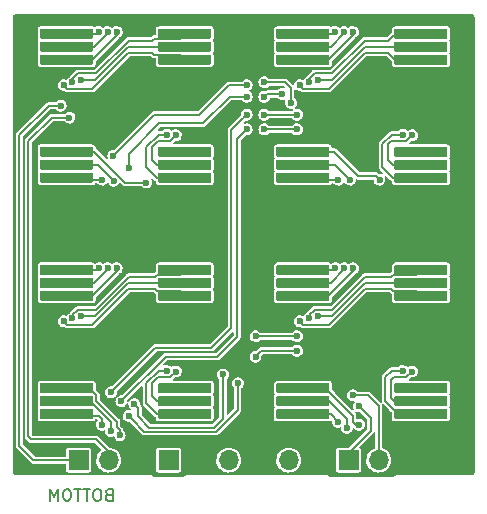
<source format=gbl>
%TF.GenerationSoftware,KiCad,Pcbnew,5.99.0-unknown-652a59b78~104~ubuntu20.04.1*%
%TF.CreationDate,2020-09-21T15:47:38+02:00*%
%TF.ProjectId,LEDBoard_4x4_16bit,4c454442-6f61-4726-945f-3478345f3136,4.0.0*%
%TF.SameCoordinates,Original*%
%TF.FileFunction,Copper,L2,Bot*%
%TF.FilePolarity,Positive*%
%FSLAX46Y46*%
G04 Gerber Fmt 4.6, Leading zero omitted, Abs format (unit mm)*
G04 Created by KiCad (PCBNEW 5.99.0-unknown-652a59b78~104~ubuntu20.04.1) date 2020-09-21 15:47:38*
%MOMM*%
%LPD*%
G01*
G04 APERTURE LIST*
%ADD10C,0.150000*%
%TA.AperFunction,ComponentPad*%
%ADD11C,0.300000*%
%TD*%
%TA.AperFunction,ComponentPad*%
%ADD12O,1.700000X1.700000*%
%TD*%
%TA.AperFunction,ComponentPad*%
%ADD13R,1.700000X1.700000*%
%TD*%
%TA.AperFunction,ComponentPad*%
%ADD14C,5.700000*%
%TD*%
%TA.AperFunction,ViaPad*%
%ADD15C,0.600000*%
%TD*%
%TA.AperFunction,Conductor*%
%ADD16C,0.300000*%
%TD*%
%TA.AperFunction,Conductor*%
%ADD17C,1.000000*%
%TD*%
%TA.AperFunction,Conductor*%
%ADD18C,0.200000*%
%TD*%
G04 APERTURE END LIST*
D10*
X58559523Y-90928571D02*
X58416666Y-90976190D01*
X58369047Y-91023809D01*
X58321428Y-91119047D01*
X58321428Y-91261904D01*
X58369047Y-91357142D01*
X58416666Y-91404761D01*
X58511904Y-91452380D01*
X58892857Y-91452380D01*
X58892857Y-90452380D01*
X58559523Y-90452380D01*
X58464285Y-90500000D01*
X58416666Y-90547619D01*
X58369047Y-90642857D01*
X58369047Y-90738095D01*
X58416666Y-90833333D01*
X58464285Y-90880952D01*
X58559523Y-90928571D01*
X58892857Y-90928571D01*
X57702380Y-90452380D02*
X57511904Y-90452380D01*
X57416666Y-90500000D01*
X57321428Y-90595238D01*
X57273809Y-90785714D01*
X57273809Y-91119047D01*
X57321428Y-91309523D01*
X57416666Y-91404761D01*
X57511904Y-91452380D01*
X57702380Y-91452380D01*
X57797619Y-91404761D01*
X57892857Y-91309523D01*
X57940476Y-91119047D01*
X57940476Y-90785714D01*
X57892857Y-90595238D01*
X57797619Y-90500000D01*
X57702380Y-90452380D01*
X56988095Y-90452380D02*
X56416666Y-90452380D01*
X56702380Y-91452380D02*
X56702380Y-90452380D01*
X56226190Y-90452380D02*
X55654761Y-90452380D01*
X55940476Y-91452380D02*
X55940476Y-90452380D01*
X55130952Y-90452380D02*
X54940476Y-90452380D01*
X54845238Y-90500000D01*
X54750000Y-90595238D01*
X54702380Y-90785714D01*
X54702380Y-91119047D01*
X54750000Y-91309523D01*
X54845238Y-91404761D01*
X54940476Y-91452380D01*
X55130952Y-91452380D01*
X55226190Y-91404761D01*
X55321428Y-91309523D01*
X55369047Y-91119047D01*
X55369047Y-90785714D01*
X55321428Y-90595238D01*
X55226190Y-90500000D01*
X55130952Y-90452380D01*
X54273809Y-91452380D02*
X54273809Y-90452380D01*
X53940476Y-91166666D01*
X53607142Y-90452380D01*
X53607142Y-91452380D01*
D11*
%TO.P,D4.4,3*%
%TO.N,/LED_4.4_R*%
X83100000Y-84100000D03*
%TA.AperFunction,SMDPad,CuDef*%
G36*
G01*
X82750000Y-84440000D02*
X82750000Y-83760000D01*
G75*
G02*
X82835000Y-83675000I85000J0D01*
G01*
X87165000Y-83675000D01*
G75*
G02*
X87250000Y-83760000I0J-85000D01*
G01*
X87250000Y-84440000D01*
G75*
G02*
X87165000Y-84525000I-85000J0D01*
G01*
X82835000Y-84525000D01*
G75*
G02*
X82750000Y-84440000I0J85000D01*
G01*
G37*
%TD.AperFunction*%
X84250000Y-84100000D03*
X85400000Y-84100000D03*
%TO.P,D4.4,2*%
%TO.N,/LED_4.4_G*%
X83100000Y-83000000D03*
X84250000Y-83000000D03*
X85400000Y-83000000D03*
%TA.AperFunction,SMDPad,CuDef*%
G36*
G01*
X82750000Y-83340000D02*
X82750000Y-82660000D01*
G75*
G02*
X82835000Y-82575000I85000J0D01*
G01*
X87165000Y-82575000D01*
G75*
G02*
X87250000Y-82660000I0J-85000D01*
G01*
X87250000Y-83340000D01*
G75*
G02*
X87165000Y-83425000I-85000J0D01*
G01*
X82835000Y-83425000D01*
G75*
G02*
X82750000Y-83340000I0J85000D01*
G01*
G37*
%TD.AperFunction*%
%TO.P,D4.4,1*%
%TO.N,/LED_4.4_B*%
X85400000Y-81900000D03*
X84250000Y-81900000D03*
%TA.AperFunction,SMDPad,CuDef*%
G36*
G01*
X82750000Y-82240000D02*
X82750000Y-81560000D01*
G75*
G02*
X82835000Y-81475000I85000J0D01*
G01*
X87165000Y-81475000D01*
G75*
G02*
X87250000Y-81560000I0J-85000D01*
G01*
X87250000Y-82240000D01*
G75*
G02*
X87165000Y-82325000I-85000J0D01*
G01*
X82835000Y-82325000D01*
G75*
G02*
X82750000Y-82240000I0J85000D01*
G01*
G37*
%TD.AperFunction*%
X83100000Y-81900000D03*
%TD*%
%TO.P,D4.3,3*%
%TO.N,/LED_4.3_R*%
X83100000Y-74100000D03*
%TA.AperFunction,SMDPad,CuDef*%
G36*
G01*
X82750000Y-74440000D02*
X82750000Y-73760000D01*
G75*
G02*
X82835000Y-73675000I85000J0D01*
G01*
X87165000Y-73675000D01*
G75*
G02*
X87250000Y-73760000I0J-85000D01*
G01*
X87250000Y-74440000D01*
G75*
G02*
X87165000Y-74525000I-85000J0D01*
G01*
X82835000Y-74525000D01*
G75*
G02*
X82750000Y-74440000I0J85000D01*
G01*
G37*
%TD.AperFunction*%
X84250000Y-74100000D03*
X85400000Y-74100000D03*
%TO.P,D4.3,2*%
%TO.N,/LED_4.3_G*%
X83100000Y-73000000D03*
X84250000Y-73000000D03*
X85400000Y-73000000D03*
%TA.AperFunction,SMDPad,CuDef*%
G36*
G01*
X82750000Y-73340000D02*
X82750000Y-72660000D01*
G75*
G02*
X82835000Y-72575000I85000J0D01*
G01*
X87165000Y-72575000D01*
G75*
G02*
X87250000Y-72660000I0J-85000D01*
G01*
X87250000Y-73340000D01*
G75*
G02*
X87165000Y-73425000I-85000J0D01*
G01*
X82835000Y-73425000D01*
G75*
G02*
X82750000Y-73340000I0J85000D01*
G01*
G37*
%TD.AperFunction*%
%TO.P,D4.3,1*%
%TO.N,/LED_4.3_B*%
X85400000Y-71900000D03*
X84250000Y-71900000D03*
%TA.AperFunction,SMDPad,CuDef*%
G36*
G01*
X82750000Y-72240000D02*
X82750000Y-71560000D01*
G75*
G02*
X82835000Y-71475000I85000J0D01*
G01*
X87165000Y-71475000D01*
G75*
G02*
X87250000Y-71560000I0J-85000D01*
G01*
X87250000Y-72240000D01*
G75*
G02*
X87165000Y-72325000I-85000J0D01*
G01*
X82835000Y-72325000D01*
G75*
G02*
X82750000Y-72240000I0J85000D01*
G01*
G37*
%TD.AperFunction*%
X83100000Y-71900000D03*
%TD*%
%TO.P,D4.2,3*%
%TO.N,/LED_4.2_R*%
X83100000Y-64100000D03*
%TA.AperFunction,SMDPad,CuDef*%
G36*
G01*
X82750000Y-64440000D02*
X82750000Y-63760000D01*
G75*
G02*
X82835000Y-63675000I85000J0D01*
G01*
X87165000Y-63675000D01*
G75*
G02*
X87250000Y-63760000I0J-85000D01*
G01*
X87250000Y-64440000D01*
G75*
G02*
X87165000Y-64525000I-85000J0D01*
G01*
X82835000Y-64525000D01*
G75*
G02*
X82750000Y-64440000I0J85000D01*
G01*
G37*
%TD.AperFunction*%
X84250000Y-64100000D03*
X85400000Y-64100000D03*
%TO.P,D4.2,2*%
%TO.N,/LED_4.2_G*%
X83100000Y-63000000D03*
X84250000Y-63000000D03*
X85400000Y-63000000D03*
%TA.AperFunction,SMDPad,CuDef*%
G36*
G01*
X82750000Y-63340000D02*
X82750000Y-62660000D01*
G75*
G02*
X82835000Y-62575000I85000J0D01*
G01*
X87165000Y-62575000D01*
G75*
G02*
X87250000Y-62660000I0J-85000D01*
G01*
X87250000Y-63340000D01*
G75*
G02*
X87165000Y-63425000I-85000J0D01*
G01*
X82835000Y-63425000D01*
G75*
G02*
X82750000Y-63340000I0J85000D01*
G01*
G37*
%TD.AperFunction*%
%TO.P,D4.2,1*%
%TO.N,/LED_4.2_B*%
X85400000Y-61900000D03*
X84250000Y-61900000D03*
%TA.AperFunction,SMDPad,CuDef*%
G36*
G01*
X82750000Y-62240000D02*
X82750000Y-61560000D01*
G75*
G02*
X82835000Y-61475000I85000J0D01*
G01*
X87165000Y-61475000D01*
G75*
G02*
X87250000Y-61560000I0J-85000D01*
G01*
X87250000Y-62240000D01*
G75*
G02*
X87165000Y-62325000I-85000J0D01*
G01*
X82835000Y-62325000D01*
G75*
G02*
X82750000Y-62240000I0J85000D01*
G01*
G37*
%TD.AperFunction*%
X83100000Y-61900000D03*
%TD*%
%TO.P,D4.1,3*%
%TO.N,/LED_4.1_R*%
X83100000Y-54100000D03*
%TA.AperFunction,SMDPad,CuDef*%
G36*
G01*
X82750000Y-54440000D02*
X82750000Y-53760000D01*
G75*
G02*
X82835000Y-53675000I85000J0D01*
G01*
X87165000Y-53675000D01*
G75*
G02*
X87250000Y-53760000I0J-85000D01*
G01*
X87250000Y-54440000D01*
G75*
G02*
X87165000Y-54525000I-85000J0D01*
G01*
X82835000Y-54525000D01*
G75*
G02*
X82750000Y-54440000I0J85000D01*
G01*
G37*
%TD.AperFunction*%
X84250000Y-54100000D03*
X85400000Y-54100000D03*
%TO.P,D4.1,2*%
%TO.N,/LED_4.1_G*%
X83100000Y-53000000D03*
X84250000Y-53000000D03*
X85400000Y-53000000D03*
%TA.AperFunction,SMDPad,CuDef*%
G36*
G01*
X82750000Y-53340000D02*
X82750000Y-52660000D01*
G75*
G02*
X82835000Y-52575000I85000J0D01*
G01*
X87165000Y-52575000D01*
G75*
G02*
X87250000Y-52660000I0J-85000D01*
G01*
X87250000Y-53340000D01*
G75*
G02*
X87165000Y-53425000I-85000J0D01*
G01*
X82835000Y-53425000D01*
G75*
G02*
X82750000Y-53340000I0J85000D01*
G01*
G37*
%TD.AperFunction*%
%TO.P,D4.1,1*%
%TO.N,/LED_4.1_B*%
X85400000Y-51900000D03*
X84250000Y-51900000D03*
%TA.AperFunction,SMDPad,CuDef*%
G36*
G01*
X82750000Y-52240000D02*
X82750000Y-51560000D01*
G75*
G02*
X82835000Y-51475000I85000J0D01*
G01*
X87165000Y-51475000D01*
G75*
G02*
X87250000Y-51560000I0J-85000D01*
G01*
X87250000Y-52240000D01*
G75*
G02*
X87165000Y-52325000I-85000J0D01*
G01*
X82835000Y-52325000D01*
G75*
G02*
X82750000Y-52240000I0J85000D01*
G01*
G37*
%TD.AperFunction*%
X83100000Y-51900000D03*
%TD*%
%TO.P,D3.4,3*%
%TO.N,/LED_3.4_R*%
X73100000Y-84100000D03*
%TA.AperFunction,SMDPad,CuDef*%
G36*
G01*
X72750000Y-84440000D02*
X72750000Y-83760000D01*
G75*
G02*
X72835000Y-83675000I85000J0D01*
G01*
X77165000Y-83675000D01*
G75*
G02*
X77250000Y-83760000I0J-85000D01*
G01*
X77250000Y-84440000D01*
G75*
G02*
X77165000Y-84525000I-85000J0D01*
G01*
X72835000Y-84525000D01*
G75*
G02*
X72750000Y-84440000I0J85000D01*
G01*
G37*
%TD.AperFunction*%
X74250000Y-84100000D03*
X75400000Y-84100000D03*
%TO.P,D3.4,2*%
%TO.N,/LED_3.4_G*%
X73100000Y-83000000D03*
X74250000Y-83000000D03*
X75400000Y-83000000D03*
%TA.AperFunction,SMDPad,CuDef*%
G36*
G01*
X72750000Y-83340000D02*
X72750000Y-82660000D01*
G75*
G02*
X72835000Y-82575000I85000J0D01*
G01*
X77165000Y-82575000D01*
G75*
G02*
X77250000Y-82660000I0J-85000D01*
G01*
X77250000Y-83340000D01*
G75*
G02*
X77165000Y-83425000I-85000J0D01*
G01*
X72835000Y-83425000D01*
G75*
G02*
X72750000Y-83340000I0J85000D01*
G01*
G37*
%TD.AperFunction*%
%TO.P,D3.4,1*%
%TO.N,/LED_3.4_B*%
X75400000Y-81900000D03*
X74250000Y-81900000D03*
%TA.AperFunction,SMDPad,CuDef*%
G36*
G01*
X72750000Y-82240000D02*
X72750000Y-81560000D01*
G75*
G02*
X72835000Y-81475000I85000J0D01*
G01*
X77165000Y-81475000D01*
G75*
G02*
X77250000Y-81560000I0J-85000D01*
G01*
X77250000Y-82240000D01*
G75*
G02*
X77165000Y-82325000I-85000J0D01*
G01*
X72835000Y-82325000D01*
G75*
G02*
X72750000Y-82240000I0J85000D01*
G01*
G37*
%TD.AperFunction*%
X73100000Y-81900000D03*
%TD*%
%TO.P,D3.3,3*%
%TO.N,/LED_3.3_R*%
X73100000Y-74100000D03*
%TA.AperFunction,SMDPad,CuDef*%
G36*
G01*
X72750000Y-74440000D02*
X72750000Y-73760000D01*
G75*
G02*
X72835000Y-73675000I85000J0D01*
G01*
X77165000Y-73675000D01*
G75*
G02*
X77250000Y-73760000I0J-85000D01*
G01*
X77250000Y-74440000D01*
G75*
G02*
X77165000Y-74525000I-85000J0D01*
G01*
X72835000Y-74525000D01*
G75*
G02*
X72750000Y-74440000I0J85000D01*
G01*
G37*
%TD.AperFunction*%
X74250000Y-74100000D03*
X75400000Y-74100000D03*
%TO.P,D3.3,2*%
%TO.N,/LED_3.3_G*%
X73100000Y-73000000D03*
X74250000Y-73000000D03*
X75400000Y-73000000D03*
%TA.AperFunction,SMDPad,CuDef*%
G36*
G01*
X72750000Y-73340000D02*
X72750000Y-72660000D01*
G75*
G02*
X72835000Y-72575000I85000J0D01*
G01*
X77165000Y-72575000D01*
G75*
G02*
X77250000Y-72660000I0J-85000D01*
G01*
X77250000Y-73340000D01*
G75*
G02*
X77165000Y-73425000I-85000J0D01*
G01*
X72835000Y-73425000D01*
G75*
G02*
X72750000Y-73340000I0J85000D01*
G01*
G37*
%TD.AperFunction*%
%TO.P,D3.3,1*%
%TO.N,/LED_3.3_B*%
X75400000Y-71900000D03*
X74250000Y-71900000D03*
%TA.AperFunction,SMDPad,CuDef*%
G36*
G01*
X72750000Y-72240000D02*
X72750000Y-71560000D01*
G75*
G02*
X72835000Y-71475000I85000J0D01*
G01*
X77165000Y-71475000D01*
G75*
G02*
X77250000Y-71560000I0J-85000D01*
G01*
X77250000Y-72240000D01*
G75*
G02*
X77165000Y-72325000I-85000J0D01*
G01*
X72835000Y-72325000D01*
G75*
G02*
X72750000Y-72240000I0J85000D01*
G01*
G37*
%TD.AperFunction*%
X73100000Y-71900000D03*
%TD*%
%TO.P,D3.2,3*%
%TO.N,/LED_3.2_R*%
X73100000Y-64100000D03*
%TA.AperFunction,SMDPad,CuDef*%
G36*
G01*
X72750000Y-64440000D02*
X72750000Y-63760000D01*
G75*
G02*
X72835000Y-63675000I85000J0D01*
G01*
X77165000Y-63675000D01*
G75*
G02*
X77250000Y-63760000I0J-85000D01*
G01*
X77250000Y-64440000D01*
G75*
G02*
X77165000Y-64525000I-85000J0D01*
G01*
X72835000Y-64525000D01*
G75*
G02*
X72750000Y-64440000I0J85000D01*
G01*
G37*
%TD.AperFunction*%
X74250000Y-64100000D03*
X75400000Y-64100000D03*
%TO.P,D3.2,2*%
%TO.N,/LED_3.2_G*%
X73100000Y-63000000D03*
X74250000Y-63000000D03*
X75400000Y-63000000D03*
%TA.AperFunction,SMDPad,CuDef*%
G36*
G01*
X72750000Y-63340000D02*
X72750000Y-62660000D01*
G75*
G02*
X72835000Y-62575000I85000J0D01*
G01*
X77165000Y-62575000D01*
G75*
G02*
X77250000Y-62660000I0J-85000D01*
G01*
X77250000Y-63340000D01*
G75*
G02*
X77165000Y-63425000I-85000J0D01*
G01*
X72835000Y-63425000D01*
G75*
G02*
X72750000Y-63340000I0J85000D01*
G01*
G37*
%TD.AperFunction*%
%TO.P,D3.2,1*%
%TO.N,/LED_3.2_B*%
X75400000Y-61900000D03*
X74250000Y-61900000D03*
%TA.AperFunction,SMDPad,CuDef*%
G36*
G01*
X72750000Y-62240000D02*
X72750000Y-61560000D01*
G75*
G02*
X72835000Y-61475000I85000J0D01*
G01*
X77165000Y-61475000D01*
G75*
G02*
X77250000Y-61560000I0J-85000D01*
G01*
X77250000Y-62240000D01*
G75*
G02*
X77165000Y-62325000I-85000J0D01*
G01*
X72835000Y-62325000D01*
G75*
G02*
X72750000Y-62240000I0J85000D01*
G01*
G37*
%TD.AperFunction*%
X73100000Y-61900000D03*
%TD*%
%TO.P,D3.1,3*%
%TO.N,/LED_3.1_R*%
X73100000Y-54100000D03*
%TA.AperFunction,SMDPad,CuDef*%
G36*
G01*
X72750000Y-54440000D02*
X72750000Y-53760000D01*
G75*
G02*
X72835000Y-53675000I85000J0D01*
G01*
X77165000Y-53675000D01*
G75*
G02*
X77250000Y-53760000I0J-85000D01*
G01*
X77250000Y-54440000D01*
G75*
G02*
X77165000Y-54525000I-85000J0D01*
G01*
X72835000Y-54525000D01*
G75*
G02*
X72750000Y-54440000I0J85000D01*
G01*
G37*
%TD.AperFunction*%
X74250000Y-54100000D03*
X75400000Y-54100000D03*
%TO.P,D3.1,2*%
%TO.N,/LED_3.1_G*%
X73100000Y-53000000D03*
X74250000Y-53000000D03*
X75400000Y-53000000D03*
%TA.AperFunction,SMDPad,CuDef*%
G36*
G01*
X72750000Y-53340000D02*
X72750000Y-52660000D01*
G75*
G02*
X72835000Y-52575000I85000J0D01*
G01*
X77165000Y-52575000D01*
G75*
G02*
X77250000Y-52660000I0J-85000D01*
G01*
X77250000Y-53340000D01*
G75*
G02*
X77165000Y-53425000I-85000J0D01*
G01*
X72835000Y-53425000D01*
G75*
G02*
X72750000Y-53340000I0J85000D01*
G01*
G37*
%TD.AperFunction*%
%TO.P,D3.1,1*%
%TO.N,/LED_3.1_B*%
X75400000Y-51900000D03*
X74250000Y-51900000D03*
%TA.AperFunction,SMDPad,CuDef*%
G36*
G01*
X72750000Y-52240000D02*
X72750000Y-51560000D01*
G75*
G02*
X72835000Y-51475000I85000J0D01*
G01*
X77165000Y-51475000D01*
G75*
G02*
X77250000Y-51560000I0J-85000D01*
G01*
X77250000Y-52240000D01*
G75*
G02*
X77165000Y-52325000I-85000J0D01*
G01*
X72835000Y-52325000D01*
G75*
G02*
X72750000Y-52240000I0J85000D01*
G01*
G37*
%TD.AperFunction*%
X73100000Y-51900000D03*
%TD*%
%TO.P,D2.4,3*%
%TO.N,/LED_2.4_R*%
X63100000Y-84100000D03*
%TA.AperFunction,SMDPad,CuDef*%
G36*
G01*
X62750000Y-84440000D02*
X62750000Y-83760000D01*
G75*
G02*
X62835000Y-83675000I85000J0D01*
G01*
X67165000Y-83675000D01*
G75*
G02*
X67250000Y-83760000I0J-85000D01*
G01*
X67250000Y-84440000D01*
G75*
G02*
X67165000Y-84525000I-85000J0D01*
G01*
X62835000Y-84525000D01*
G75*
G02*
X62750000Y-84440000I0J85000D01*
G01*
G37*
%TD.AperFunction*%
X64250000Y-84100000D03*
X65400000Y-84100000D03*
%TO.P,D2.4,2*%
%TO.N,/LED_2.4_G*%
X63100000Y-83000000D03*
X64250000Y-83000000D03*
X65400000Y-83000000D03*
%TA.AperFunction,SMDPad,CuDef*%
G36*
G01*
X62750000Y-83340000D02*
X62750000Y-82660000D01*
G75*
G02*
X62835000Y-82575000I85000J0D01*
G01*
X67165000Y-82575000D01*
G75*
G02*
X67250000Y-82660000I0J-85000D01*
G01*
X67250000Y-83340000D01*
G75*
G02*
X67165000Y-83425000I-85000J0D01*
G01*
X62835000Y-83425000D01*
G75*
G02*
X62750000Y-83340000I0J85000D01*
G01*
G37*
%TD.AperFunction*%
%TO.P,D2.4,1*%
%TO.N,/LED_2.4_B*%
X65400000Y-81900000D03*
X64250000Y-81900000D03*
%TA.AperFunction,SMDPad,CuDef*%
G36*
G01*
X62750000Y-82240000D02*
X62750000Y-81560000D01*
G75*
G02*
X62835000Y-81475000I85000J0D01*
G01*
X67165000Y-81475000D01*
G75*
G02*
X67250000Y-81560000I0J-85000D01*
G01*
X67250000Y-82240000D01*
G75*
G02*
X67165000Y-82325000I-85000J0D01*
G01*
X62835000Y-82325000D01*
G75*
G02*
X62750000Y-82240000I0J85000D01*
G01*
G37*
%TD.AperFunction*%
X63100000Y-81900000D03*
%TD*%
%TO.P,D2.3,3*%
%TO.N,/LED_2.3_R*%
X63100000Y-74100000D03*
%TA.AperFunction,SMDPad,CuDef*%
G36*
G01*
X62750000Y-74440000D02*
X62750000Y-73760000D01*
G75*
G02*
X62835000Y-73675000I85000J0D01*
G01*
X67165000Y-73675000D01*
G75*
G02*
X67250000Y-73760000I0J-85000D01*
G01*
X67250000Y-74440000D01*
G75*
G02*
X67165000Y-74525000I-85000J0D01*
G01*
X62835000Y-74525000D01*
G75*
G02*
X62750000Y-74440000I0J85000D01*
G01*
G37*
%TD.AperFunction*%
X64250000Y-74100000D03*
X65400000Y-74100000D03*
%TO.P,D2.3,2*%
%TO.N,/LED_2.3_G*%
X63100000Y-73000000D03*
X64250000Y-73000000D03*
X65400000Y-73000000D03*
%TA.AperFunction,SMDPad,CuDef*%
G36*
G01*
X62750000Y-73340000D02*
X62750000Y-72660000D01*
G75*
G02*
X62835000Y-72575000I85000J0D01*
G01*
X67165000Y-72575000D01*
G75*
G02*
X67250000Y-72660000I0J-85000D01*
G01*
X67250000Y-73340000D01*
G75*
G02*
X67165000Y-73425000I-85000J0D01*
G01*
X62835000Y-73425000D01*
G75*
G02*
X62750000Y-73340000I0J85000D01*
G01*
G37*
%TD.AperFunction*%
%TO.P,D2.3,1*%
%TO.N,/LED_2.3_B*%
X65400000Y-71900000D03*
X64250000Y-71900000D03*
%TA.AperFunction,SMDPad,CuDef*%
G36*
G01*
X62750000Y-72240000D02*
X62750000Y-71560000D01*
G75*
G02*
X62835000Y-71475000I85000J0D01*
G01*
X67165000Y-71475000D01*
G75*
G02*
X67250000Y-71560000I0J-85000D01*
G01*
X67250000Y-72240000D01*
G75*
G02*
X67165000Y-72325000I-85000J0D01*
G01*
X62835000Y-72325000D01*
G75*
G02*
X62750000Y-72240000I0J85000D01*
G01*
G37*
%TD.AperFunction*%
X63100000Y-71900000D03*
%TD*%
%TO.P,D2.2,3*%
%TO.N,/LED_2.2_R*%
X63100000Y-64100000D03*
%TA.AperFunction,SMDPad,CuDef*%
G36*
G01*
X62750000Y-64440000D02*
X62750000Y-63760000D01*
G75*
G02*
X62835000Y-63675000I85000J0D01*
G01*
X67165000Y-63675000D01*
G75*
G02*
X67250000Y-63760000I0J-85000D01*
G01*
X67250000Y-64440000D01*
G75*
G02*
X67165000Y-64525000I-85000J0D01*
G01*
X62835000Y-64525000D01*
G75*
G02*
X62750000Y-64440000I0J85000D01*
G01*
G37*
%TD.AperFunction*%
X64250000Y-64100000D03*
X65400000Y-64100000D03*
%TO.P,D2.2,2*%
%TO.N,/LED_2.2_G*%
X63100000Y-63000000D03*
X64250000Y-63000000D03*
X65400000Y-63000000D03*
%TA.AperFunction,SMDPad,CuDef*%
G36*
G01*
X62750000Y-63340000D02*
X62750000Y-62660000D01*
G75*
G02*
X62835000Y-62575000I85000J0D01*
G01*
X67165000Y-62575000D01*
G75*
G02*
X67250000Y-62660000I0J-85000D01*
G01*
X67250000Y-63340000D01*
G75*
G02*
X67165000Y-63425000I-85000J0D01*
G01*
X62835000Y-63425000D01*
G75*
G02*
X62750000Y-63340000I0J85000D01*
G01*
G37*
%TD.AperFunction*%
%TO.P,D2.2,1*%
%TO.N,/LED_2.2_B*%
X65400000Y-61900000D03*
X64250000Y-61900000D03*
%TA.AperFunction,SMDPad,CuDef*%
G36*
G01*
X62750000Y-62240000D02*
X62750000Y-61560000D01*
G75*
G02*
X62835000Y-61475000I85000J0D01*
G01*
X67165000Y-61475000D01*
G75*
G02*
X67250000Y-61560000I0J-85000D01*
G01*
X67250000Y-62240000D01*
G75*
G02*
X67165000Y-62325000I-85000J0D01*
G01*
X62835000Y-62325000D01*
G75*
G02*
X62750000Y-62240000I0J85000D01*
G01*
G37*
%TD.AperFunction*%
X63100000Y-61900000D03*
%TD*%
%TO.P,D2.1,3*%
%TO.N,/LED_2.1_R*%
X63100000Y-54100000D03*
%TA.AperFunction,SMDPad,CuDef*%
G36*
G01*
X62750000Y-54440000D02*
X62750000Y-53760000D01*
G75*
G02*
X62835000Y-53675000I85000J0D01*
G01*
X67165000Y-53675000D01*
G75*
G02*
X67250000Y-53760000I0J-85000D01*
G01*
X67250000Y-54440000D01*
G75*
G02*
X67165000Y-54525000I-85000J0D01*
G01*
X62835000Y-54525000D01*
G75*
G02*
X62750000Y-54440000I0J85000D01*
G01*
G37*
%TD.AperFunction*%
X64250000Y-54100000D03*
X65400000Y-54100000D03*
%TO.P,D2.1,2*%
%TO.N,/LED_2.1_G*%
X63100000Y-53000000D03*
X64250000Y-53000000D03*
X65400000Y-53000000D03*
%TA.AperFunction,SMDPad,CuDef*%
G36*
G01*
X62750000Y-53340000D02*
X62750000Y-52660000D01*
G75*
G02*
X62835000Y-52575000I85000J0D01*
G01*
X67165000Y-52575000D01*
G75*
G02*
X67250000Y-52660000I0J-85000D01*
G01*
X67250000Y-53340000D01*
G75*
G02*
X67165000Y-53425000I-85000J0D01*
G01*
X62835000Y-53425000D01*
G75*
G02*
X62750000Y-53340000I0J85000D01*
G01*
G37*
%TD.AperFunction*%
%TO.P,D2.1,1*%
%TO.N,/LED_2.1_B*%
X65400000Y-51900000D03*
X64250000Y-51900000D03*
%TA.AperFunction,SMDPad,CuDef*%
G36*
G01*
X62750000Y-52240000D02*
X62750000Y-51560000D01*
G75*
G02*
X62835000Y-51475000I85000J0D01*
G01*
X67165000Y-51475000D01*
G75*
G02*
X67250000Y-51560000I0J-85000D01*
G01*
X67250000Y-52240000D01*
G75*
G02*
X67165000Y-52325000I-85000J0D01*
G01*
X62835000Y-52325000D01*
G75*
G02*
X62750000Y-52240000I0J85000D01*
G01*
G37*
%TD.AperFunction*%
X63100000Y-51900000D03*
%TD*%
%TO.P,D1.4,3*%
%TO.N,/LED_1.4_R*%
X53100000Y-84100000D03*
%TA.AperFunction,SMDPad,CuDef*%
G36*
G01*
X52750000Y-84440000D02*
X52750000Y-83760000D01*
G75*
G02*
X52835000Y-83675000I85000J0D01*
G01*
X57165000Y-83675000D01*
G75*
G02*
X57250000Y-83760000I0J-85000D01*
G01*
X57250000Y-84440000D01*
G75*
G02*
X57165000Y-84525000I-85000J0D01*
G01*
X52835000Y-84525000D01*
G75*
G02*
X52750000Y-84440000I0J85000D01*
G01*
G37*
%TD.AperFunction*%
X54250000Y-84100000D03*
X55400000Y-84100000D03*
%TO.P,D1.4,2*%
%TO.N,/LED_1.4_G*%
X53100000Y-83000000D03*
X54250000Y-83000000D03*
X55400000Y-83000000D03*
%TA.AperFunction,SMDPad,CuDef*%
G36*
G01*
X52750000Y-83340000D02*
X52750000Y-82660000D01*
G75*
G02*
X52835000Y-82575000I85000J0D01*
G01*
X57165000Y-82575000D01*
G75*
G02*
X57250000Y-82660000I0J-85000D01*
G01*
X57250000Y-83340000D01*
G75*
G02*
X57165000Y-83425000I-85000J0D01*
G01*
X52835000Y-83425000D01*
G75*
G02*
X52750000Y-83340000I0J85000D01*
G01*
G37*
%TD.AperFunction*%
%TO.P,D1.4,1*%
%TO.N,/LED_1.4_B*%
X55400000Y-81900000D03*
X54250000Y-81900000D03*
%TA.AperFunction,SMDPad,CuDef*%
G36*
G01*
X52750000Y-82240000D02*
X52750000Y-81560000D01*
G75*
G02*
X52835000Y-81475000I85000J0D01*
G01*
X57165000Y-81475000D01*
G75*
G02*
X57250000Y-81560000I0J-85000D01*
G01*
X57250000Y-82240000D01*
G75*
G02*
X57165000Y-82325000I-85000J0D01*
G01*
X52835000Y-82325000D01*
G75*
G02*
X52750000Y-82240000I0J85000D01*
G01*
G37*
%TD.AperFunction*%
X53100000Y-81900000D03*
%TD*%
%TO.P,D1.3,3*%
%TO.N,/LED_1.3_R*%
X53100000Y-74100000D03*
%TA.AperFunction,SMDPad,CuDef*%
G36*
G01*
X52750000Y-74440000D02*
X52750000Y-73760000D01*
G75*
G02*
X52835000Y-73675000I85000J0D01*
G01*
X57165000Y-73675000D01*
G75*
G02*
X57250000Y-73760000I0J-85000D01*
G01*
X57250000Y-74440000D01*
G75*
G02*
X57165000Y-74525000I-85000J0D01*
G01*
X52835000Y-74525000D01*
G75*
G02*
X52750000Y-74440000I0J85000D01*
G01*
G37*
%TD.AperFunction*%
X54250000Y-74100000D03*
X55400000Y-74100000D03*
%TO.P,D1.3,2*%
%TO.N,/LED_1.3_G*%
X53100000Y-73000000D03*
X54250000Y-73000000D03*
X55400000Y-73000000D03*
%TA.AperFunction,SMDPad,CuDef*%
G36*
G01*
X52750000Y-73340000D02*
X52750000Y-72660000D01*
G75*
G02*
X52835000Y-72575000I85000J0D01*
G01*
X57165000Y-72575000D01*
G75*
G02*
X57250000Y-72660000I0J-85000D01*
G01*
X57250000Y-73340000D01*
G75*
G02*
X57165000Y-73425000I-85000J0D01*
G01*
X52835000Y-73425000D01*
G75*
G02*
X52750000Y-73340000I0J85000D01*
G01*
G37*
%TD.AperFunction*%
%TO.P,D1.3,1*%
%TO.N,/LED_1.3_B*%
X55400000Y-71900000D03*
X54250000Y-71900000D03*
%TA.AperFunction,SMDPad,CuDef*%
G36*
G01*
X52750000Y-72240000D02*
X52750000Y-71560000D01*
G75*
G02*
X52835000Y-71475000I85000J0D01*
G01*
X57165000Y-71475000D01*
G75*
G02*
X57250000Y-71560000I0J-85000D01*
G01*
X57250000Y-72240000D01*
G75*
G02*
X57165000Y-72325000I-85000J0D01*
G01*
X52835000Y-72325000D01*
G75*
G02*
X52750000Y-72240000I0J85000D01*
G01*
G37*
%TD.AperFunction*%
X53100000Y-71900000D03*
%TD*%
%TO.P,D1.2,3*%
%TO.N,/LED_1.2_R*%
X53100000Y-64100000D03*
%TA.AperFunction,SMDPad,CuDef*%
G36*
G01*
X52750000Y-64440000D02*
X52750000Y-63760000D01*
G75*
G02*
X52835000Y-63675000I85000J0D01*
G01*
X57165000Y-63675000D01*
G75*
G02*
X57250000Y-63760000I0J-85000D01*
G01*
X57250000Y-64440000D01*
G75*
G02*
X57165000Y-64525000I-85000J0D01*
G01*
X52835000Y-64525000D01*
G75*
G02*
X52750000Y-64440000I0J85000D01*
G01*
G37*
%TD.AperFunction*%
X54250000Y-64100000D03*
X55400000Y-64100000D03*
%TO.P,D1.2,2*%
%TO.N,/LED_1.2_G*%
X53100000Y-63000000D03*
X54250000Y-63000000D03*
X55400000Y-63000000D03*
%TA.AperFunction,SMDPad,CuDef*%
G36*
G01*
X52750000Y-63340000D02*
X52750000Y-62660000D01*
G75*
G02*
X52835000Y-62575000I85000J0D01*
G01*
X57165000Y-62575000D01*
G75*
G02*
X57250000Y-62660000I0J-85000D01*
G01*
X57250000Y-63340000D01*
G75*
G02*
X57165000Y-63425000I-85000J0D01*
G01*
X52835000Y-63425000D01*
G75*
G02*
X52750000Y-63340000I0J85000D01*
G01*
G37*
%TD.AperFunction*%
%TO.P,D1.2,1*%
%TO.N,/LED_1.2_B*%
X55400000Y-61900000D03*
X54250000Y-61900000D03*
%TA.AperFunction,SMDPad,CuDef*%
G36*
G01*
X52750000Y-62240000D02*
X52750000Y-61560000D01*
G75*
G02*
X52835000Y-61475000I85000J0D01*
G01*
X57165000Y-61475000D01*
G75*
G02*
X57250000Y-61560000I0J-85000D01*
G01*
X57250000Y-62240000D01*
G75*
G02*
X57165000Y-62325000I-85000J0D01*
G01*
X52835000Y-62325000D01*
G75*
G02*
X52750000Y-62240000I0J85000D01*
G01*
G37*
%TD.AperFunction*%
X53100000Y-61900000D03*
%TD*%
%TO.P,D1.1,3*%
%TO.N,/LED_1.1_R*%
X53100000Y-54100000D03*
%TA.AperFunction,SMDPad,CuDef*%
G36*
G01*
X52750000Y-54440000D02*
X52750000Y-53760000D01*
G75*
G02*
X52835000Y-53675000I85000J0D01*
G01*
X57165000Y-53675000D01*
G75*
G02*
X57250000Y-53760000I0J-85000D01*
G01*
X57250000Y-54440000D01*
G75*
G02*
X57165000Y-54525000I-85000J0D01*
G01*
X52835000Y-54525000D01*
G75*
G02*
X52750000Y-54440000I0J85000D01*
G01*
G37*
%TD.AperFunction*%
X54250000Y-54100000D03*
X55400000Y-54100000D03*
%TO.P,D1.1,2*%
%TO.N,/LED_1.1_G*%
X53100000Y-53000000D03*
X54250000Y-53000000D03*
X55400000Y-53000000D03*
%TA.AperFunction,SMDPad,CuDef*%
G36*
G01*
X52750000Y-53340000D02*
X52750000Y-52660000D01*
G75*
G02*
X52835000Y-52575000I85000J0D01*
G01*
X57165000Y-52575000D01*
G75*
G02*
X57250000Y-52660000I0J-85000D01*
G01*
X57250000Y-53340000D01*
G75*
G02*
X57165000Y-53425000I-85000J0D01*
G01*
X52835000Y-53425000D01*
G75*
G02*
X52750000Y-53340000I0J85000D01*
G01*
G37*
%TD.AperFunction*%
%TO.P,D1.1,1*%
%TO.N,/LED_1.1_B*%
X55400000Y-51900000D03*
X54250000Y-51900000D03*
%TA.AperFunction,SMDPad,CuDef*%
G36*
G01*
X52750000Y-52240000D02*
X52750000Y-51560000D01*
G75*
G02*
X52835000Y-51475000I85000J0D01*
G01*
X57165000Y-51475000D01*
G75*
G02*
X57250000Y-51560000I0J-85000D01*
G01*
X57250000Y-52240000D01*
G75*
G02*
X57165000Y-52325000I-85000J0D01*
G01*
X52835000Y-52325000D01*
G75*
G02*
X52750000Y-52240000I0J85000D01*
G01*
G37*
%TD.AperFunction*%
X53100000Y-51900000D03*
%TD*%
D12*
%TO.P,J2,6*%
%TO.N,GND*%
X76350000Y-88000000D03*
%TO.P,J2,5*%
%TO.N,VCC*%
X73810000Y-88000000D03*
%TO.P,J2,4*%
%TO.N,GND*%
X71270000Y-88000000D03*
%TO.P,J2,3*%
%TO.N,VCC*%
X68730000Y-88000000D03*
%TO.P,J2,2*%
%TO.N,GND*%
X66190000Y-88000000D03*
D13*
%TO.P,J2,1*%
%TO.N,VCC*%
X63650000Y-88000000D03*
%TD*%
D12*
%TO.P,J1,3*%
%TO.N,GND*%
X61110000Y-88000000D03*
%TO.P,J1,2*%
%TO.N,/clock_in*%
X58570000Y-88000000D03*
D13*
%TO.P,J1,1*%
%TO.N,/data_in*%
X56030000Y-88000000D03*
%TD*%
D12*
%TO.P,J6,3*%
%TO.N,GND*%
X83970000Y-88000000D03*
%TO.P,J6,2*%
%TO.N,/clock_out*%
X81430000Y-88000000D03*
D13*
%TO.P,J6,1*%
%TO.N,/data_out*%
X78890000Y-88000000D03*
%TD*%
D14*
%TO.P,MK1,1*%
%TO.N,GND*%
X60000000Y-68000000D03*
%TD*%
%TO.P,MK2,1*%
%TO.N,GND*%
X80000000Y-68000000D03*
%TD*%
D11*
%TO.P,U1,21*%
%TO.N,GND*%
X58161522Y-58000000D03*
X60919239Y-55242284D03*
X57242284Y-58919239D03*
X60000000Y-59838478D03*
X60000000Y-56161522D03*
X60000000Y-58000000D03*
X59080761Y-60757716D03*
X61838478Y-56161522D03*
X60919239Y-58919239D03*
X58161522Y-59838478D03*
X60919239Y-57080761D03*
X59080761Y-58919239D03*
X59080761Y-57080761D03*
X61838478Y-58000000D03*
X62757716Y-57080761D03*
%TA.AperFunction,SMDPad,CuDef*%
G36*
G01*
X56740238Y-58855600D02*
X60855600Y-54740238D01*
G75*
G02*
X61336432Y-54740238I240416J-240416D01*
G01*
X63259762Y-56663568D01*
G75*
G02*
X63259762Y-57144400I-240416J-240416D01*
G01*
X59144400Y-61259762D01*
G75*
G02*
X58663568Y-61259762I-240416J240416D01*
G01*
X56740238Y-59336432D01*
G75*
G02*
X56740238Y-58855600I240416J240416D01*
G01*
G37*
%TD.AperFunction*%
%TD*%
%TO.P,U2,21*%
%TO.N,GND*%
X80000000Y-59838478D03*
X79080761Y-57080761D03*
X80000000Y-58000000D03*
X79080761Y-58919239D03*
X81838478Y-58000000D03*
X80919239Y-58919239D03*
X77242284Y-58919239D03*
X78161522Y-59838478D03*
X79080761Y-60757716D03*
X78161522Y-58000000D03*
X81838478Y-56161522D03*
X80919239Y-57080761D03*
X80000000Y-56161522D03*
X82757716Y-57080761D03*
X80919239Y-55242284D03*
%TA.AperFunction,SMDPad,CuDef*%
G36*
G01*
X76740238Y-58855600D02*
X80855600Y-54740238D01*
G75*
G02*
X81336432Y-54740238I240416J-240416D01*
G01*
X83259762Y-56663568D01*
G75*
G02*
X83259762Y-57144400I-240416J-240416D01*
G01*
X79144400Y-61259762D01*
G75*
G02*
X78663568Y-61259762I-240416J240416D01*
G01*
X76740238Y-59336432D01*
G75*
G02*
X76740238Y-58855600I240416J240416D01*
G01*
G37*
%TD.AperFunction*%
%TD*%
%TO.P,U3,21*%
%TO.N,GND*%
X60000000Y-79838478D03*
X59080761Y-78919239D03*
X60919239Y-77080761D03*
X60000000Y-78000000D03*
X59080761Y-77080761D03*
X60000000Y-76161522D03*
X61838478Y-76161522D03*
X60919239Y-78919239D03*
X61838478Y-78000000D03*
X57242284Y-78919239D03*
X62757716Y-77080761D03*
%TA.AperFunction,SMDPad,CuDef*%
G36*
G01*
X56740238Y-78855600D02*
X60855600Y-74740238D01*
G75*
G02*
X61336432Y-74740238I240416J-240416D01*
G01*
X63259762Y-76663568D01*
G75*
G02*
X63259762Y-77144400I-240416J-240416D01*
G01*
X59144400Y-81259762D01*
G75*
G02*
X58663568Y-81259762I-240416J240416D01*
G01*
X56740238Y-79336432D01*
G75*
G02*
X56740238Y-78855600I240416J240416D01*
G01*
G37*
%TD.AperFunction*%
X60919239Y-75242284D03*
X59080761Y-80757716D03*
X58161522Y-78000000D03*
X58161522Y-79838478D03*
%TD*%
%TO.P,U4,21*%
%TO.N,GND*%
X79080761Y-77080761D03*
X80000000Y-78000000D03*
X78161522Y-79838478D03*
X81838478Y-76161522D03*
X82757716Y-77080761D03*
X81838478Y-78000000D03*
X80000000Y-79838478D03*
X79080761Y-78919239D03*
X80919239Y-77080761D03*
X80000000Y-76161522D03*
%TA.AperFunction,SMDPad,CuDef*%
G36*
G01*
X76740238Y-78855600D02*
X80855600Y-74740238D01*
G75*
G02*
X81336432Y-74740238I240416J-240416D01*
G01*
X83259762Y-76663568D01*
G75*
G02*
X83259762Y-77144400I-240416J-240416D01*
G01*
X79144400Y-81259762D01*
G75*
G02*
X78663568Y-81259762I-240416J240416D01*
G01*
X76740238Y-79336432D01*
G75*
G02*
X76740238Y-78855600I240416J240416D01*
G01*
G37*
%TD.AperFunction*%
X77242284Y-78919239D03*
X80919239Y-75242284D03*
X80919239Y-78919239D03*
X79080761Y-80757716D03*
X78161522Y-78000000D03*
%TD*%
D15*
%TO.N,GND*%
X86000000Y-57000000D03*
X86000000Y-77000000D03*
X66000000Y-77000000D03*
X68200000Y-70200000D03*
X70050010Y-69000000D03*
X68200000Y-69000000D03*
X66000000Y-57000000D03*
X70050010Y-69600000D03*
X70050010Y-70200000D03*
X68200000Y-69600000D03*
%TO.N,/LED_1.1_G*%
X58500000Y-51750000D03*
%TO.N,/LED_1.1_R*%
X59250013Y-51750000D03*
%TO.N,/LED_1.1_B*%
X57750000Y-51750000D03*
%TO.N,/LED_1.2_B*%
X61750000Y-64500000D03*
%TO.N,/LED_1.2_G*%
X58986091Y-64350011D03*
%TO.N,/LED_1.2_R*%
X58000000Y-64250000D03*
%TO.N,/LED_1.3_B*%
X57750000Y-71750000D03*
%TO.N,/LED_1.3_G*%
X58500000Y-71750000D03*
%TO.N,/LED_1.3_R*%
X59250013Y-71750000D03*
%TO.N,/LED_1.4_G*%
X58750000Y-85550010D03*
%TO.N,/LED_1.4_R*%
X58000000Y-85000000D03*
%TO.N,/LED_1.4_B*%
X59500000Y-85900021D03*
%TO.N,/LED_2.1_G*%
X56250000Y-55800010D03*
%TO.N,/LED_2.1_R*%
X54750000Y-56250000D03*
%TO.N,/LED_2.1_B*%
X55500000Y-56000000D03*
%TO.N,/LED_2.2_G*%
X64250000Y-60500000D03*
%TO.N,/LED_2.2_R*%
X63482887Y-60449990D03*
%TO.N,/LED_2.3_B*%
X55500000Y-76000000D03*
%TO.N,/LED_2.3_G*%
X56250000Y-75800010D03*
%TO.N,/LED_2.3_R*%
X54750000Y-76250000D03*
%TO.N,/LED_2.4_G*%
X64250000Y-80500000D03*
%TO.N,/LED_2.4_R*%
X63482887Y-80449990D03*
%TO.N,/LED_3.1_G*%
X78500000Y-51750000D03*
%TO.N,/LED_3.1_R*%
X79250013Y-51750000D03*
%TO.N,/LED_3.1_B*%
X77750000Y-51750000D03*
%TO.N,/LED_3.2_B*%
X81499988Y-64250000D03*
%TO.N,/LED_3.2_G*%
X78999960Y-64250000D03*
%TO.N,/LED_3.2_R*%
X78000000Y-64250000D03*
%TO.N,/LED_3.3_B*%
X77750000Y-71750000D03*
%TO.N,/LED_3.3_G*%
X78500000Y-71750000D03*
%TO.N,/LED_3.3_R*%
X79250013Y-71750000D03*
%TO.N,/LED_3.4_G*%
X78750000Y-85250000D03*
%TO.N,/LED_3.4_R*%
X78000000Y-84750000D03*
%TO.N,/LED_3.4_B*%
X79750000Y-85000000D03*
%TO.N,/LED_4.1_B*%
X75500000Y-56000000D03*
%TO.N,/LED_4.1_G*%
X76250000Y-55800010D03*
%TO.N,/LED_4.1_R*%
X74750000Y-56250000D03*
%TO.N,/LED_4.2_G*%
X84250000Y-60500000D03*
%TO.N,/LED_4.2_R*%
X83482887Y-60449990D03*
%TO.N,/LED_4.3_B*%
X75500000Y-76000000D03*
%TO.N,/LED_4.3_G*%
X76250000Y-75800010D03*
%TO.N,/LED_4.3_R*%
X74750000Y-76250000D03*
%TO.N,/LED_4.4_G*%
X84250000Y-80500000D03*
%TO.N,/LED_4.4_R*%
X83482887Y-80449990D03*
%TO.N,/clock_in*%
X55250048Y-59000000D03*
%TO.N,/data_in*%
X54500000Y-58000024D03*
%TO.N,/data_out*%
X79750000Y-83450000D03*
%TO.N,/clock_out*%
X79250000Y-82500000D03*
%TO.N,/clock_0-1*%
X70250000Y-56250000D03*
X74000000Y-57750000D03*
X71750000Y-56000000D03*
X58969661Y-62219661D03*
%TO.N,/data_0-1*%
X70250000Y-57250000D03*
X60250000Y-63250000D03*
X73250000Y-57000016D03*
X71750000Y-57250000D03*
%TO.N,/clock_1-2*%
X58750000Y-82250000D03*
X71750000Y-58750000D03*
X74500000Y-58750000D03*
X70250000Y-58750000D03*
%TO.N,/clock_2-3*%
X74500000Y-78750000D03*
X60250000Y-84250000D03*
X69500000Y-81500000D03*
X71000000Y-79250026D03*
%TO.N,/data_2-3*%
X71000000Y-77500000D03*
X68250000Y-80750000D03*
X60750000Y-83250000D03*
X74500000Y-77500000D03*
%TO.N,/data_1-2*%
X59649989Y-83003103D03*
X71750000Y-60000000D03*
X70250000Y-60000000D03*
X74500000Y-60000000D03*
%TD*%
D16*
%TO.N,GND*%
X81838478Y-56161522D02*
X85161522Y-56161522D01*
X85161522Y-56161522D02*
X85750000Y-56750000D01*
X85750000Y-56750000D02*
X86250000Y-56750000D01*
X86250000Y-56750000D02*
X88750000Y-54250000D01*
X85750000Y-76750000D02*
X86250000Y-76750000D01*
X86250000Y-76750000D02*
X88750000Y-74250000D01*
X85161522Y-76161522D02*
X85750000Y-76750000D01*
X81838478Y-76161522D02*
X85161522Y-76161522D01*
X65161522Y-76161522D02*
X65750000Y-76750000D01*
X61838478Y-76161522D02*
X65161522Y-76161522D01*
X65750000Y-76750000D02*
X66250000Y-76750000D01*
X71000000Y-61250000D02*
X70250000Y-62000000D01*
X68888002Y-58000000D02*
X71000000Y-58000000D01*
X68200000Y-70200000D02*
X68200000Y-69600000D01*
X70050010Y-68699990D02*
X70050010Y-69000000D01*
X65911522Y-56161522D02*
X66000000Y-56250000D01*
X76350000Y-88350000D02*
X77300000Y-89300000D01*
X61110000Y-88000000D02*
X62410000Y-89300000D01*
X67200000Y-68000000D02*
X64000000Y-68000000D01*
X66000000Y-57000000D02*
X66000000Y-56250000D01*
X70050010Y-69000000D02*
X70050010Y-69600000D01*
X68200000Y-69000000D02*
X67200000Y-68000000D01*
X67750000Y-68550000D02*
X67750000Y-59138002D01*
X65340001Y-88849999D02*
X66190000Y-88000000D01*
D17*
X71270000Y-86569999D02*
X71200000Y-86499999D01*
X70000000Y-86400000D02*
X66400000Y-86400000D01*
D16*
X82670000Y-89300000D02*
X83120001Y-88849999D01*
X76350000Y-88000000D02*
X76350000Y-88350000D01*
X70050010Y-69600000D02*
X70050010Y-70200000D01*
D17*
X71200000Y-86499999D02*
X71100001Y-86400000D01*
D16*
X70000000Y-86400000D02*
X70250000Y-86150000D01*
D17*
X66200000Y-87990000D02*
X66190000Y-88000000D01*
X71100001Y-86400000D02*
X70000000Y-86400000D01*
D16*
X70250000Y-68500000D02*
X70050010Y-68699990D01*
X66000000Y-56250000D02*
X68000000Y-54250000D01*
X68200000Y-74700000D02*
X67500000Y-75400000D01*
X68000000Y-54250000D02*
X69750000Y-54250000D01*
X62410000Y-89300000D02*
X64890000Y-89300000D01*
D17*
X76400000Y-86600000D02*
X76200000Y-86400000D01*
X71270000Y-88000000D02*
X71270000Y-86569999D01*
D16*
X61838478Y-56161522D02*
X65911522Y-56161522D01*
X70250000Y-70824254D02*
X70050010Y-70624264D01*
X77300000Y-89300000D02*
X82670000Y-89300000D01*
X70250000Y-62000000D02*
X70250000Y-68000000D01*
D17*
X76400000Y-87950000D02*
X76400000Y-86600000D01*
D16*
X70250000Y-68000000D02*
X70250000Y-68500000D01*
D17*
X76200000Y-86400000D02*
X71299999Y-86400000D01*
D16*
X64890000Y-89300000D02*
X65340001Y-88849999D01*
X70250000Y-86150000D02*
X70250000Y-70824254D01*
X68200000Y-70200000D02*
X68200000Y-74700000D01*
X67750000Y-59138002D02*
X68888002Y-58000000D01*
X67500000Y-75400000D02*
X67500000Y-77000000D01*
X71000000Y-58000000D02*
X71000000Y-61250000D01*
X68200000Y-69600000D02*
X68200000Y-69000000D01*
X80000000Y-68000000D02*
X70250000Y-68000000D01*
X69750000Y-54250000D02*
X71000000Y-55500000D01*
D17*
X66200000Y-86600000D02*
X66200000Y-87990000D01*
D16*
X68200000Y-69000000D02*
X67750000Y-68550000D01*
X83120001Y-88849999D02*
X83970000Y-88000000D01*
D17*
X66400000Y-86400000D02*
X66200000Y-86600000D01*
D16*
X70050010Y-70624264D02*
X70050010Y-70200000D01*
D17*
X76350000Y-88000000D02*
X76400000Y-87950000D01*
X71299999Y-86400000D02*
X71200000Y-86499999D01*
D16*
X67500000Y-77000000D02*
X66000000Y-77000000D01*
X64000000Y-68000000D02*
X60000000Y-68000000D01*
X71000000Y-55500000D02*
X71000000Y-58000000D01*
D18*
%TO.N,/LED_1.1_G*%
X58469661Y-51780339D02*
X58500000Y-51750000D01*
X58500000Y-51850000D02*
X58500000Y-51750000D01*
X57350000Y-53000000D02*
X58500000Y-51850000D01*
X55000000Y-53000000D02*
X57350000Y-53000000D01*
%TO.N,/LED_1.1_R*%
X57150000Y-54100000D02*
X59250013Y-51999987D01*
X59250013Y-51999987D02*
X59250013Y-51750000D01*
X55000000Y-54100000D02*
X57150000Y-54100000D01*
%TO.N,/LED_1.1_B*%
X55000000Y-51900000D02*
X57600000Y-51900000D01*
X57571566Y-51900000D02*
X57721566Y-51750000D01*
X57600000Y-51900000D02*
X57750000Y-51750000D01*
X57721566Y-51750000D02*
X57750000Y-51750000D01*
%TO.N,/LED_1.2_B*%
X57350000Y-61900000D02*
X59950000Y-64500000D01*
X59950000Y-64500000D02*
X61325736Y-64500000D01*
X61325736Y-64500000D02*
X61750000Y-64500000D01*
X55000000Y-61900000D02*
X57350000Y-61900000D01*
%TO.N,/LED_1.2_G*%
X55000000Y-63000000D02*
X57636080Y-63000000D01*
X57636080Y-63000000D02*
X58686092Y-64050012D01*
X58686092Y-64050012D02*
X58986091Y-64350011D01*
%TO.N,/LED_1.2_R*%
X55150000Y-64250000D02*
X55000000Y-64100000D01*
X58000000Y-64250000D02*
X55150000Y-64250000D01*
%TO.N,/LED_1.3_B*%
X57721566Y-71750000D02*
X57750000Y-71750000D01*
X57600000Y-71900000D02*
X57750000Y-71750000D01*
X55000000Y-71900000D02*
X57600000Y-71900000D01*
X57571566Y-71900000D02*
X57721566Y-71750000D01*
%TO.N,/LED_1.3_G*%
X58500000Y-71850000D02*
X58500000Y-71750000D01*
X58469661Y-71780339D02*
X58500000Y-71750000D01*
X55000000Y-73000000D02*
X57350000Y-73000000D01*
X57350000Y-73000000D02*
X58500000Y-71850000D01*
%TO.N,/LED_1.3_R*%
X57150000Y-74100000D02*
X59250013Y-71999987D01*
X55000000Y-74100000D02*
X57150000Y-74100000D01*
X59250013Y-71999987D02*
X59250013Y-71750000D01*
%TO.N,/LED_1.4_G*%
X57000000Y-83000000D02*
X58750000Y-84750000D01*
X58750000Y-84750000D02*
X58750000Y-85125746D01*
X55000000Y-83000000D02*
X57000000Y-83000000D01*
X58750000Y-85125746D02*
X58750000Y-85550010D01*
%TO.N,/LED_1.4_R*%
X55150000Y-84250000D02*
X57750000Y-84250000D01*
X57750000Y-84250000D02*
X58000000Y-84500000D01*
X58000000Y-84500000D02*
X58000000Y-85000000D01*
X55000000Y-84100000D02*
X55150000Y-84250000D01*
%TO.N,/LED_1.4_B*%
X57500010Y-82496336D02*
X57500010Y-83000010D01*
X59500000Y-85475757D02*
X59500000Y-85900021D01*
X59250000Y-84750000D02*
X59250000Y-85225757D01*
X57500010Y-83000010D02*
X59250000Y-84750000D01*
X55000000Y-81900000D02*
X55100000Y-82000000D01*
X59250000Y-85225757D02*
X59500000Y-85475757D01*
X57000000Y-82000000D02*
X57324990Y-82324990D01*
X57328664Y-82324990D02*
X57500010Y-82496336D01*
X57324990Y-82324990D02*
X57328664Y-82324990D01*
X55100000Y-82000000D02*
X57000000Y-82000000D01*
%TO.N,/LED_2.1_G*%
X60244990Y-53000000D02*
X57444980Y-55800010D01*
X57444980Y-55800010D02*
X56674264Y-55800010D01*
X65000000Y-53000000D02*
X60244990Y-53000000D01*
X56674264Y-55800010D02*
X56250000Y-55800010D01*
%TO.N,/LED_2.1_R*%
X65000000Y-54100000D02*
X64575010Y-53675010D01*
X57189979Y-56550001D02*
X55050001Y-56550001D01*
X60239980Y-53500000D02*
X57189979Y-56550001D01*
X55050001Y-56550001D02*
X55049999Y-56549999D01*
X62250000Y-53500000D02*
X60239980Y-53500000D01*
X55049999Y-56549999D02*
X54750000Y-56250000D01*
X62425010Y-53675010D02*
X62250000Y-53500000D01*
X64575010Y-53675010D02*
X62425010Y-53675010D01*
%TO.N,/LED_2.1_B*%
X57500000Y-55250000D02*
X56000000Y-55250000D01*
X55500000Y-55750000D02*
X55500000Y-56000000D01*
X65000000Y-51900000D02*
X64575010Y-52324990D01*
X62250000Y-52500000D02*
X60250000Y-52500000D01*
X56000000Y-55250000D02*
X55500000Y-55750000D01*
X60250000Y-52500000D02*
X57500000Y-55250000D01*
X64575010Y-52324990D02*
X62425010Y-52324990D01*
X62425010Y-52324990D02*
X62250000Y-52500000D01*
%TO.N,/LED_2.2_G*%
X64250000Y-60500000D02*
X63750000Y-61000000D01*
X62250000Y-61494990D02*
X62250000Y-62600000D01*
X62650000Y-63000000D02*
X65000000Y-63000000D01*
X62744990Y-61000000D02*
X62250000Y-61494990D01*
X62250000Y-62600000D02*
X62650000Y-63000000D01*
X63750000Y-61000000D02*
X62744990Y-61000000D01*
%TO.N,/LED_2.2_R*%
X62800010Y-60449990D02*
X61750000Y-61500000D01*
X63482887Y-60449990D02*
X62800010Y-60449990D01*
X61750000Y-61500000D02*
X61750000Y-63200000D01*
X61750000Y-63200000D02*
X62650000Y-64100000D01*
X62650000Y-64100000D02*
X65000000Y-64100000D01*
%TO.N,/LED_2.3_B*%
X56000000Y-75250000D02*
X55500000Y-75750000D01*
X57500000Y-75250000D02*
X56000000Y-75250000D01*
X55500000Y-75750000D02*
X55500000Y-76000000D01*
X64575010Y-72324990D02*
X62671336Y-72324990D01*
X60250000Y-72500000D02*
X57500000Y-75250000D01*
X62671336Y-72324990D02*
X62499990Y-72496336D01*
X65000000Y-71900000D02*
X64575010Y-72324990D01*
X62499990Y-72500000D02*
X60250000Y-72500000D01*
X62499990Y-72496336D02*
X62499990Y-72500000D01*
%TO.N,/LED_2.3_G*%
X56674264Y-75800010D02*
X56250000Y-75800010D01*
X57444980Y-75800010D02*
X56674264Y-75800010D01*
X65000000Y-73000000D02*
X60244990Y-73000000D01*
X60244990Y-73000000D02*
X57444980Y-75800010D01*
%TO.N,/LED_2.3_R*%
X65000000Y-74100000D02*
X64575010Y-73675010D01*
X62499990Y-73503664D02*
X62499990Y-73500000D01*
X62671336Y-73675010D02*
X62499990Y-73503664D01*
X55050001Y-76550001D02*
X55049999Y-76549999D01*
X55049999Y-76549999D02*
X54750000Y-76250000D01*
X64575010Y-73675010D02*
X62671336Y-73675010D01*
X60239980Y-73500000D02*
X57189979Y-76550001D01*
X62499990Y-73500000D02*
X60239980Y-73500000D01*
X57189979Y-76550001D02*
X55050001Y-76550001D01*
%TO.N,/LED_2.4_G*%
X62250000Y-82600000D02*
X62650000Y-83000000D01*
X62650000Y-83000000D02*
X65000000Y-83000000D01*
X62744990Y-81000000D02*
X62250000Y-81494990D01*
X64250000Y-80500000D02*
X63750000Y-81000000D01*
X62250000Y-81494990D02*
X62250000Y-82600000D01*
X63750000Y-81000000D02*
X62744990Y-81000000D01*
%TO.N,/LED_2.4_R*%
X63482887Y-80449990D02*
X62800010Y-80449990D01*
X61750000Y-83200000D02*
X62650000Y-84100000D01*
X61750000Y-81500000D02*
X61750000Y-83200000D01*
X62650000Y-84100000D02*
X65000000Y-84100000D01*
X62800010Y-80449990D02*
X61750000Y-81500000D01*
%TO.N,/LED_3.1_G*%
X78469661Y-51780339D02*
X78500000Y-51750000D01*
X75000000Y-53000000D02*
X77350000Y-53000000D01*
X77350000Y-53000000D02*
X78500000Y-51850000D01*
X78500000Y-51850000D02*
X78500000Y-51750000D01*
%TO.N,/LED_3.1_R*%
X79250000Y-51750013D02*
X79250013Y-51750000D01*
X79250000Y-52000000D02*
X79250000Y-51750013D01*
X75000000Y-54100000D02*
X77150000Y-54100000D01*
X77150000Y-54100000D02*
X79250000Y-52000000D01*
%TO.N,/LED_3.1_B*%
X75000000Y-51900000D02*
X77600000Y-51900000D01*
X77721566Y-51750000D02*
X77750000Y-51750000D01*
X77600000Y-51900000D02*
X77750000Y-51750000D01*
X77571566Y-51900000D02*
X77721566Y-51750000D01*
%TO.N,/LED_3.2_B*%
X81199989Y-63950001D02*
X81499988Y-64250000D01*
X75000000Y-61900000D02*
X77650000Y-61900000D01*
X79700001Y-63950001D02*
X81199989Y-63950001D01*
X77650000Y-61900000D02*
X79700001Y-63950001D01*
%TO.N,/LED_3.2_G*%
X75000000Y-63000000D02*
X77749960Y-63000000D01*
X77749960Y-63000000D02*
X78699961Y-63950001D01*
X78699961Y-63950001D02*
X78999960Y-64250000D01*
%TO.N,/LED_3.2_R*%
X78000000Y-64250000D02*
X75150000Y-64250000D01*
X75150000Y-64250000D02*
X75000000Y-64100000D01*
%TO.N,/LED_3.3_B*%
X75000000Y-71900000D02*
X77600000Y-71900000D01*
X77721566Y-71750000D02*
X77750000Y-71750000D01*
X77600000Y-71900000D02*
X77750000Y-71750000D01*
X77571566Y-71900000D02*
X77721566Y-71750000D01*
%TO.N,/LED_3.3_G*%
X78500000Y-71850000D02*
X78500000Y-71750000D01*
X78469661Y-71780339D02*
X78500000Y-71750000D01*
X75000000Y-73000000D02*
X77350000Y-73000000D01*
X77350000Y-73000000D02*
X78500000Y-71850000D01*
%TO.N,/LED_3.3_R*%
X75000000Y-74100000D02*
X77150000Y-74100000D01*
X79250013Y-71999987D02*
X79250013Y-71750000D01*
X77150000Y-74100000D02*
X79250013Y-71999987D01*
%TO.N,/LED_3.4_G*%
X78750000Y-84825736D02*
X78750000Y-85250000D01*
X78750000Y-84500000D02*
X78750000Y-84825736D01*
X75000000Y-83000000D02*
X77250000Y-83000000D01*
X77250000Y-83000000D02*
X78750000Y-84500000D01*
%TO.N,/LED_3.4_R*%
X77350000Y-84100000D02*
X78000000Y-84750000D01*
X75000000Y-84100000D02*
X77350000Y-84100000D01*
%TO.N,/LED_3.4_B*%
X79500000Y-85000000D02*
X79750000Y-85000000D01*
X79250000Y-84250000D02*
X79250000Y-84750000D01*
X77500010Y-82500010D02*
X79250000Y-84250000D01*
X77500010Y-82496336D02*
X77500010Y-82500010D01*
X76900000Y-81900000D02*
X77324990Y-82324990D01*
X77328664Y-82324990D02*
X77500010Y-82496336D01*
X75000000Y-81900000D02*
X76900000Y-81900000D01*
X77324990Y-82324990D02*
X77328664Y-82324990D01*
X79250000Y-84750000D02*
X79500000Y-85000000D01*
%TO.N,/LED_4.1_B*%
X75500000Y-55750000D02*
X75500000Y-56000000D01*
X85000000Y-51900000D02*
X84900000Y-52000000D01*
X77500000Y-55250000D02*
X76000000Y-55250000D01*
X82250000Y-52500000D02*
X80250000Y-52500000D01*
X84900000Y-52000000D02*
X82750000Y-52000000D01*
X76000000Y-55250000D02*
X75500000Y-55750000D01*
X82750000Y-52000000D02*
X82250000Y-52500000D01*
X80250000Y-52500000D02*
X77500000Y-55250000D01*
%TO.N,/LED_4.1_G*%
X77449990Y-55800010D02*
X76674264Y-55800010D01*
X80250000Y-53000000D02*
X77449990Y-55800010D01*
X85000000Y-53000000D02*
X80250000Y-53000000D01*
X76674264Y-55800010D02*
X76250000Y-55800010D01*
%TO.N,/LED_4.1_R*%
X80244990Y-53500000D02*
X77194989Y-56550001D01*
X75049999Y-56549999D02*
X74750000Y-56250000D01*
X82250000Y-53500000D02*
X80244990Y-53500000D01*
X77194989Y-56550001D02*
X75050001Y-56550001D01*
X82750000Y-54000000D02*
X82250000Y-53500000D01*
X75050001Y-56550001D02*
X75049999Y-56549999D01*
X84900000Y-54000000D02*
X82750000Y-54000000D01*
X85000000Y-54100000D02*
X84900000Y-54000000D01*
%TO.N,/LED_4.2_G*%
X83750000Y-61000000D02*
X82500000Y-61000000D01*
X82650000Y-63000000D02*
X85000000Y-63000000D01*
X82250000Y-62600000D02*
X82650000Y-63000000D01*
X82250000Y-61250000D02*
X82250000Y-62600000D01*
X82500000Y-61000000D02*
X82250000Y-61250000D01*
X84250000Y-60500000D02*
X83750000Y-61000000D01*
%TO.N,/LED_4.2_R*%
X83482887Y-60449990D02*
X82550010Y-60449990D01*
X82650000Y-64100000D02*
X85000000Y-64100000D01*
X81750000Y-63200000D02*
X82650000Y-64100000D01*
X81750000Y-61250000D02*
X81750000Y-63200000D01*
X82550010Y-60449990D02*
X81750000Y-61250000D01*
%TO.N,/LED_4.3_B*%
X82671336Y-72324990D02*
X82499990Y-72496336D01*
X80250000Y-72500000D02*
X77500000Y-75250000D01*
X84575010Y-72324990D02*
X82671336Y-72324990D01*
X76000000Y-75250000D02*
X75500000Y-75750000D01*
X77500000Y-75250000D02*
X76000000Y-75250000D01*
X75500000Y-75750000D02*
X75500000Y-76000000D01*
X82499990Y-72496336D02*
X82499990Y-72500000D01*
X82499990Y-72500000D02*
X80250000Y-72500000D01*
X85000000Y-71900000D02*
X84575010Y-72324990D01*
%TO.N,/LED_4.3_G*%
X80244990Y-73000000D02*
X77444980Y-75800010D01*
X76674264Y-75800010D02*
X76250000Y-75800010D01*
X77444980Y-75800010D02*
X76674264Y-75800010D01*
X85000000Y-73000000D02*
X80244990Y-73000000D01*
%TO.N,/LED_4.3_R*%
X75050001Y-76550001D02*
X75049999Y-76549999D01*
X85000000Y-74100000D02*
X84575010Y-73675010D01*
X77189979Y-76550001D02*
X75050001Y-76550001D01*
X82671336Y-73675010D02*
X82499990Y-73503664D01*
X82499990Y-73500000D02*
X80239980Y-73500000D01*
X75049999Y-76549999D02*
X74750000Y-76250000D01*
X80239980Y-73500000D02*
X77189979Y-76550001D01*
X82499990Y-73503664D02*
X82499990Y-73500000D01*
X84575010Y-73675010D02*
X82671336Y-73675010D01*
%TO.N,/LED_4.4_G*%
X82499990Y-82749990D02*
X82750000Y-83000000D01*
X82750000Y-81000000D02*
X82499990Y-81250010D01*
X82499990Y-81250010D02*
X82499990Y-82749990D01*
X82750000Y-83000000D02*
X85000000Y-83000000D01*
X84250000Y-80500000D02*
X83750000Y-81000000D01*
X83750000Y-81000000D02*
X82750000Y-81000000D01*
%TO.N,/LED_4.4_R*%
X82499990Y-83503664D02*
X82671336Y-83675010D01*
X82550010Y-80449990D02*
X82000000Y-81000000D01*
X82671336Y-83675010D02*
X82675010Y-83675010D01*
X82000000Y-83000000D02*
X82499990Y-83499990D01*
X82000000Y-81000000D02*
X82000000Y-83000000D01*
X82499990Y-83499990D02*
X82499990Y-83503664D01*
X83482887Y-80449990D02*
X82550010Y-80449990D01*
X83100000Y-84100000D02*
X85000000Y-84100000D01*
X82675010Y-83675010D02*
X83100000Y-84100000D01*
%TO.N,/clock_in*%
X51750000Y-61000000D02*
X53750000Y-59000000D01*
X57500000Y-86250000D02*
X52000000Y-86250000D01*
X58570000Y-87320000D02*
X57500000Y-86250000D01*
X58570000Y-88000000D02*
X58570000Y-87320000D01*
X51750000Y-86000000D02*
X51750000Y-61000000D01*
X52000000Y-86250000D02*
X51750000Y-86000000D01*
X53750000Y-59000000D02*
X55250048Y-59000000D01*
%TO.N,/data_in*%
X53500000Y-58000000D02*
X54499976Y-58000000D01*
X52200000Y-88000000D02*
X51000000Y-86800000D01*
X51000000Y-86800000D02*
X51000000Y-60500000D01*
X51000000Y-60500000D02*
X53500000Y-58000000D01*
X56030000Y-88000000D02*
X52200000Y-88000000D01*
X54499976Y-58000000D02*
X54500000Y-58000024D01*
%TO.N,/data_out*%
X79750000Y-83450000D02*
X80750000Y-84450000D01*
X78890000Y-87360000D02*
X78890000Y-88000000D01*
X80750000Y-84450000D02*
X80750000Y-85500000D01*
X80750000Y-85500000D02*
X78890000Y-87360000D01*
%TO.N,/clock_out*%
X80500000Y-82500000D02*
X79250000Y-82500000D01*
X81430000Y-83430000D02*
X80500000Y-82500000D01*
X81430000Y-88000000D02*
X81430000Y-83430000D01*
%TO.N,/clock_0-1*%
X72174264Y-56000000D02*
X71750000Y-56000000D01*
X73500000Y-56000000D02*
X72174264Y-56000000D01*
X74000000Y-56500000D02*
X73500000Y-56000000D01*
X74000000Y-57750000D02*
X74000000Y-56500000D01*
X68750000Y-56250000D02*
X70250000Y-56250000D01*
X66250000Y-58750000D02*
X68750000Y-56250000D01*
X58969661Y-62219661D02*
X62439322Y-58750000D01*
X62439322Y-58750000D02*
X66250000Y-58750000D01*
%TO.N,/data_0-1*%
X73250000Y-57000016D02*
X71999984Y-57000016D01*
X71999984Y-57000016D02*
X71750000Y-57250000D01*
X62825736Y-59500000D02*
X66575720Y-59500000D01*
X60250000Y-62075736D02*
X62825736Y-59500000D01*
X66575720Y-59500000D02*
X68825720Y-57250000D01*
X69825736Y-57250000D02*
X70250000Y-57250000D01*
X60250000Y-63250000D02*
X60250000Y-62075736D01*
X68825720Y-57250000D02*
X69825736Y-57250000D01*
%TO.N,/clock_1-2*%
X67250000Y-78500000D02*
X68950001Y-76799999D01*
X62500000Y-78500000D02*
X67250000Y-78500000D01*
X74500000Y-58750000D02*
X71750000Y-58750000D01*
X58750000Y-82250000D02*
X62500000Y-78500000D01*
X68950001Y-76799999D02*
X68950001Y-60049999D01*
X68950001Y-60049999D02*
X69950001Y-59049999D01*
X69950001Y-59049999D02*
X70250000Y-58750000D01*
%TO.N,/clock_2-3*%
X60549999Y-84549999D02*
X60250000Y-84250000D01*
X61600011Y-85600011D02*
X60549999Y-84549999D01*
X74500000Y-78750000D02*
X71500026Y-78750000D01*
X71500026Y-78750000D02*
X71299999Y-78950027D01*
X71299999Y-78950027D02*
X71000000Y-79250026D01*
X67649989Y-85600011D02*
X61600011Y-85600011D01*
X69500000Y-83750000D02*
X67649989Y-85600011D01*
X69500000Y-81500000D02*
X69500000Y-83750000D01*
%TO.N,/data_2-3*%
X74500000Y-77500000D02*
X74075736Y-77500000D01*
X68250000Y-80750000D02*
X68250000Y-84500000D01*
X74075736Y-77500000D02*
X71000000Y-77500000D01*
X61049999Y-83549999D02*
X60750000Y-83250000D01*
X68250000Y-84500000D02*
X67500000Y-85250000D01*
X67500000Y-85250000D02*
X62000000Y-85250000D01*
X62000000Y-85250000D02*
X61049999Y-84299999D01*
X61049999Y-84299999D02*
X61049999Y-83549999D01*
%TO.N,/data_1-2*%
X69450001Y-77549999D02*
X69450001Y-60799999D01*
X63403092Y-79250000D02*
X67750000Y-79250000D01*
X74500000Y-60000000D02*
X71750000Y-60000000D01*
X69450001Y-60799999D02*
X69950001Y-60299999D01*
X59649989Y-83003103D02*
X63403092Y-79250000D01*
X67750000Y-79250000D02*
X69450001Y-77549999D01*
X69950001Y-60299999D02*
X70250000Y-60000000D01*
%TD*%
%TA.AperFunction,Conductor*%
%TO.N,GND*%
G36*
X89333486Y-50214502D02*
G01*
X89410262Y-50249410D01*
X89465067Y-50296633D01*
X89474152Y-50304461D01*
X89520023Y-50375232D01*
X89532369Y-50416514D01*
X89546173Y-50462671D01*
X89549500Y-50507440D01*
X89549501Y-88985711D01*
X89535498Y-89083485D01*
X89516729Y-89124767D01*
X89500591Y-89160261D01*
X89445540Y-89224151D01*
X89374767Y-89270023D01*
X89287328Y-89296173D01*
X89242560Y-89299500D01*
X50764282Y-89299500D01*
X50666515Y-89285498D01*
X50608293Y-89259027D01*
X50589739Y-89250591D01*
X50525849Y-89195540D01*
X50479977Y-89124767D01*
X50453827Y-89037328D01*
X50450500Y-88992560D01*
X50450500Y-60485077D01*
X50694865Y-60485077D01*
X50699501Y-60519141D01*
X50699500Y-86750354D01*
X50697777Y-86755372D01*
X50699500Y-86801254D01*
X50699500Y-86826845D01*
X50700704Y-86833308D01*
X50701975Y-86867162D01*
X50710861Y-86887845D01*
X50714040Y-86904914D01*
X50714983Y-86909979D01*
X50732760Y-86938820D01*
X50737577Y-86950032D01*
X50746134Y-86969948D01*
X50751455Y-86976425D01*
X50763148Y-86988118D01*
X50773684Y-87005211D01*
X50773685Y-87005212D01*
X50801052Y-87026022D01*
X51952409Y-88177380D01*
X51954739Y-88182148D01*
X51979460Y-88205079D01*
X51988411Y-88213382D01*
X52006497Y-88231468D01*
X52008513Y-88232851D01*
X52011918Y-88235186D01*
X52036755Y-88258227D01*
X52057666Y-88266570D01*
X52076229Y-88279304D01*
X52109188Y-88287125D01*
X52121644Y-88292095D01*
X52140661Y-88299682D01*
X52149004Y-88300500D01*
X52165545Y-88300500D01*
X52185076Y-88305135D01*
X52219133Y-88300500D01*
X54975000Y-88300500D01*
X54975000Y-88850000D01*
X54990605Y-88928450D01*
X55035043Y-88994957D01*
X55101550Y-89039395D01*
X55140775Y-89047198D01*
X55179999Y-89055000D01*
X56880001Y-89055000D01*
X56919225Y-89047198D01*
X56958450Y-89039395D01*
X57024957Y-88994957D01*
X57069395Y-88928450D01*
X57085000Y-88850000D01*
X57085000Y-87150000D01*
X57080100Y-87125364D01*
X57069395Y-87071551D01*
X57069395Y-87071550D01*
X57024957Y-87005043D01*
X56958450Y-86960605D01*
X56905297Y-86950032D01*
X56880001Y-86945000D01*
X55179999Y-86945000D01*
X55154703Y-86950032D01*
X55101550Y-86960605D01*
X55035043Y-87005043D01*
X54990605Y-87071550D01*
X54990605Y-87071551D01*
X54979901Y-87125364D01*
X54975000Y-87150000D01*
X54975000Y-87699500D01*
X52324472Y-87699500D01*
X51300500Y-86675530D01*
X51300500Y-85976014D01*
X51306977Y-85958219D01*
X51300500Y-85940916D01*
X51300500Y-61016799D01*
X51309653Y-60991649D01*
X51437640Y-60991649D01*
X51447824Y-61006818D01*
X51449501Y-61019141D01*
X51449500Y-85950354D01*
X51447777Y-85955372D01*
X51444488Y-85964950D01*
X51443896Y-85965683D01*
X51448448Y-85973237D01*
X51449500Y-86001254D01*
X51449500Y-86026845D01*
X51450704Y-86033308D01*
X51451975Y-86067162D01*
X51460861Y-86087845D01*
X51464040Y-86104914D01*
X51464983Y-86109979D01*
X51482760Y-86138820D01*
X51496134Y-86169948D01*
X51501455Y-86176425D01*
X51513148Y-86188118D01*
X51523684Y-86205211D01*
X51523685Y-86205212D01*
X51551052Y-86226022D01*
X51752409Y-86427379D01*
X51754739Y-86432148D01*
X51779460Y-86455079D01*
X51788411Y-86463382D01*
X51806497Y-86481468D01*
X51808513Y-86482851D01*
X51811918Y-86485186D01*
X51836755Y-86508227D01*
X51857666Y-86516570D01*
X51876229Y-86529304D01*
X51909188Y-86537125D01*
X51921644Y-86542095D01*
X51940661Y-86549682D01*
X51949004Y-86550500D01*
X51965545Y-86550500D01*
X51985076Y-86555135D01*
X52019133Y-86550500D01*
X57375530Y-86550500D01*
X57964562Y-87139533D01*
X57856527Y-87226394D01*
X57831852Y-87246233D01*
X57699507Y-87403957D01*
X57699506Y-87403959D01*
X57699505Y-87403960D01*
X57600312Y-87584391D01*
X57600311Y-87584393D01*
X57538054Y-87780651D01*
X57515102Y-87985274D01*
X57532332Y-88190448D01*
X57589085Y-88388369D01*
X57683203Y-88571504D01*
X57747150Y-88652184D01*
X57811097Y-88732865D01*
X57967897Y-88866312D01*
X58011654Y-88890767D01*
X58147633Y-88966764D01*
X58270626Y-89006726D01*
X58343454Y-89030389D01*
X58382273Y-89035018D01*
X58547903Y-89054769D01*
X58547906Y-89054769D01*
X58701876Y-89042921D01*
X58753200Y-89038972D01*
X58951516Y-88983602D01*
X59135295Y-88890767D01*
X59135297Y-88890766D01*
X59297549Y-88764001D01*
X59432088Y-88608136D01*
X59533790Y-88429107D01*
X59598783Y-88233734D01*
X59598784Y-88233731D01*
X59624589Y-88029463D01*
X59625000Y-87999999D01*
X59604908Y-87795085D01*
X59604908Y-87795083D01*
X59545396Y-87597971D01*
X59448732Y-87416172D01*
X59318597Y-87256611D01*
X59189728Y-87150000D01*
X62595000Y-87150000D01*
X62595000Y-88850000D01*
X62610605Y-88928450D01*
X62655043Y-88994957D01*
X62721550Y-89039395D01*
X62760775Y-89047198D01*
X62799999Y-89055000D01*
X64500001Y-89055000D01*
X64539225Y-89047198D01*
X64578450Y-89039395D01*
X64644957Y-88994957D01*
X64689395Y-88928450D01*
X64705000Y-88850000D01*
X64705000Y-87985274D01*
X67675102Y-87985274D01*
X67692332Y-88190448D01*
X67749085Y-88388369D01*
X67843203Y-88571504D01*
X67907150Y-88652184D01*
X67971097Y-88732865D01*
X68127897Y-88866312D01*
X68171654Y-88890767D01*
X68307633Y-88966764D01*
X68430626Y-89006726D01*
X68503454Y-89030389D01*
X68542273Y-89035018D01*
X68707903Y-89054769D01*
X68707906Y-89054769D01*
X68861876Y-89042921D01*
X68913200Y-89038972D01*
X69111516Y-88983602D01*
X69295295Y-88890767D01*
X69295297Y-88890766D01*
X69457549Y-88764001D01*
X69592088Y-88608136D01*
X69693790Y-88429107D01*
X69758783Y-88233734D01*
X69758784Y-88233731D01*
X69784589Y-88029463D01*
X69785000Y-87999999D01*
X69783557Y-87985274D01*
X72755102Y-87985274D01*
X72772332Y-88190448D01*
X72829085Y-88388369D01*
X72923203Y-88571504D01*
X72987150Y-88652184D01*
X73051097Y-88732865D01*
X73207897Y-88866312D01*
X73251654Y-88890767D01*
X73387633Y-88966764D01*
X73510626Y-89006726D01*
X73583454Y-89030389D01*
X73622273Y-89035018D01*
X73787903Y-89054769D01*
X73787906Y-89054769D01*
X73941876Y-89042921D01*
X73993200Y-89038972D01*
X74191516Y-88983602D01*
X74375295Y-88890767D01*
X74375297Y-88890766D01*
X74537549Y-88764001D01*
X74672088Y-88608136D01*
X74773790Y-88429107D01*
X74838783Y-88233734D01*
X74838784Y-88233731D01*
X74864589Y-88029463D01*
X74865000Y-87999999D01*
X74844908Y-87795085D01*
X74844908Y-87795083D01*
X74785396Y-87597971D01*
X74688732Y-87416172D01*
X74558597Y-87256611D01*
X74399949Y-87125365D01*
X74218829Y-87027434D01*
X74022137Y-86966548D01*
X73817365Y-86945026D01*
X73817361Y-86945026D01*
X73612313Y-86963686D01*
X73414791Y-87021820D01*
X73232322Y-87117213D01*
X73071853Y-87246233D01*
X72939507Y-87403957D01*
X72939506Y-87403959D01*
X72939505Y-87403960D01*
X72840312Y-87584391D01*
X72840311Y-87584393D01*
X72778054Y-87780651D01*
X72755102Y-87985274D01*
X69783557Y-87985274D01*
X69764908Y-87795085D01*
X69764908Y-87795083D01*
X69705396Y-87597971D01*
X69608732Y-87416172D01*
X69478597Y-87256611D01*
X69319949Y-87125365D01*
X69138829Y-87027434D01*
X68942137Y-86966548D01*
X68737365Y-86945026D01*
X68737361Y-86945026D01*
X68532313Y-86963686D01*
X68334791Y-87021820D01*
X68152322Y-87117213D01*
X67991853Y-87246233D01*
X67859507Y-87403957D01*
X67859506Y-87403959D01*
X67859505Y-87403960D01*
X67760312Y-87584391D01*
X67760311Y-87584393D01*
X67698054Y-87780651D01*
X67675102Y-87985274D01*
X64705000Y-87985274D01*
X64705000Y-87150000D01*
X64700100Y-87125364D01*
X64689395Y-87071551D01*
X64689395Y-87071550D01*
X64644957Y-87005043D01*
X64578450Y-86960605D01*
X64525297Y-86950032D01*
X64500001Y-86945000D01*
X62799999Y-86945000D01*
X62774703Y-86950032D01*
X62721550Y-86960605D01*
X62655043Y-87005043D01*
X62610605Y-87071550D01*
X62610605Y-87071551D01*
X62599901Y-87125364D01*
X62595000Y-87150000D01*
X59189728Y-87150000D01*
X59159949Y-87125365D01*
X58978829Y-87027434D01*
X58782137Y-86966548D01*
X58703570Y-86958290D01*
X58625004Y-86950032D01*
X57747592Y-86072622D01*
X57745261Y-86067852D01*
X57711580Y-86036610D01*
X57693500Y-86018530D01*
X57688086Y-86014816D01*
X57663245Y-85991773D01*
X57642333Y-85983430D01*
X57623770Y-85970696D01*
X57590811Y-85962874D01*
X57559339Y-85950318D01*
X57550996Y-85949500D01*
X57534454Y-85949500D01*
X57514923Y-85944865D01*
X57480867Y-85949500D01*
X52124472Y-85949500D01*
X52064119Y-85889149D01*
X52050500Y-85875530D01*
X52050500Y-81533254D01*
X52545000Y-81533254D01*
X52545000Y-82261260D01*
X52560318Y-82326387D01*
X52570927Y-82371493D01*
X52626779Y-82445453D01*
X52559921Y-82553433D01*
X52559921Y-82553434D01*
X52547825Y-82618144D01*
X52545000Y-82633254D01*
X52545000Y-83361260D01*
X52568073Y-83459360D01*
X52570927Y-83471493D01*
X52626779Y-83545453D01*
X52559921Y-83653433D01*
X52545000Y-83733254D01*
X52545000Y-84461260D01*
X52554124Y-84500052D01*
X52570927Y-84571493D01*
X52636260Y-84658008D01*
X52728434Y-84715079D01*
X52808253Y-84730000D01*
X57186260Y-84730000D01*
X57296493Y-84704073D01*
X57383008Y-84638740D01*
X57437643Y-84550500D01*
X57565294Y-84550500D01*
X57612860Y-84567813D01*
X57638170Y-84611650D01*
X57620760Y-84673485D01*
X57577499Y-84722469D01*
X57516587Y-84852207D01*
X57494538Y-84993825D01*
X57513121Y-85135939D01*
X57570844Y-85267125D01*
X57663069Y-85376839D01*
X57761629Y-85442446D01*
X57782377Y-85456257D01*
X57919180Y-85498997D01*
X58062481Y-85501624D01*
X58062484Y-85501624D01*
X58232942Y-85455151D01*
X58244538Y-85543834D01*
X58250681Y-85590810D01*
X58263121Y-85685949D01*
X58320844Y-85817135D01*
X58332902Y-85831480D01*
X58394826Y-85905146D01*
X58413069Y-85926849D01*
X58510603Y-85991773D01*
X58532377Y-86006267D01*
X58669180Y-86049007D01*
X58812481Y-86051634D01*
X58812483Y-86051634D01*
X58997788Y-86001113D01*
X59070844Y-86167146D01*
X59163069Y-86276860D01*
X59181235Y-86288952D01*
X59282377Y-86356278D01*
X59419180Y-86399018D01*
X59562481Y-86401645D01*
X59562484Y-86401645D01*
X59700759Y-86363947D01*
X59822894Y-86288954D01*
X59822897Y-86288952D01*
X59919078Y-86182693D01*
X59981570Y-86053710D01*
X59981920Y-86051634D01*
X60005349Y-85912371D01*
X60005500Y-85900025D01*
X60005500Y-85900021D01*
X59985182Y-85758144D01*
X59925860Y-85627672D01*
X59832303Y-85519095D01*
X59801422Y-85499079D01*
X59800500Y-85474518D01*
X59800500Y-85448911D01*
X59799296Y-85442446D01*
X59798025Y-85408594D01*
X59789139Y-85387912D01*
X59785017Y-85365778D01*
X59767238Y-85336935D01*
X59753865Y-85305808D01*
X59753864Y-85305806D01*
X59748545Y-85299331D01*
X59736850Y-85287636D01*
X59726316Y-85270546D01*
X59698953Y-85249739D01*
X59550500Y-85101287D01*
X59550500Y-84799646D01*
X59552223Y-84794628D01*
X59550608Y-84751624D01*
X59550500Y-84748742D01*
X59550500Y-84723154D01*
X59549296Y-84716691D01*
X59548025Y-84682837D01*
X59539139Y-84662154D01*
X59535017Y-84640021D01*
X59517239Y-84611180D01*
X59503866Y-84580052D01*
X59498545Y-84573574D01*
X59486851Y-84561880D01*
X59476316Y-84544789D01*
X59448953Y-84523982D01*
X57800510Y-82875540D01*
X57800510Y-82545982D01*
X57802233Y-82540964D01*
X57801113Y-82511139D01*
X57800510Y-82495078D01*
X57800510Y-82469490D01*
X57799306Y-82463027D01*
X57798035Y-82429173D01*
X57789149Y-82408490D01*
X57785027Y-82386357D01*
X57767250Y-82357517D01*
X57753876Y-82326387D01*
X57748555Y-82319911D01*
X57742707Y-82314063D01*
X57736860Y-82308215D01*
X57726326Y-82291125D01*
X57698958Y-82270314D01*
X57672469Y-82243825D01*
X58244538Y-82243825D01*
X58263121Y-82385939D01*
X58320844Y-82517125D01*
X58413069Y-82626839D01*
X58431235Y-82638931D01*
X58532377Y-82706257D01*
X58669180Y-82748997D01*
X58812481Y-82751624D01*
X58812484Y-82751624D01*
X58950759Y-82713926D01*
X59072894Y-82638933D01*
X59072897Y-82638931D01*
X59169078Y-82532672D01*
X59231570Y-82403689D01*
X59234557Y-82385939D01*
X59255349Y-82262350D01*
X59255500Y-82250004D01*
X59255500Y-82250000D01*
X59245412Y-82179558D01*
X62624471Y-78800500D01*
X63427099Y-78800500D01*
X63444883Y-78806973D01*
X63462174Y-78800500D01*
X67200354Y-78800500D01*
X67205372Y-78802223D01*
X67205373Y-78802223D01*
X67214950Y-78805512D01*
X67215683Y-78806104D01*
X67223237Y-78801552D01*
X67237588Y-78801013D01*
X67251257Y-78800500D01*
X67276846Y-78800500D01*
X67283309Y-78799296D01*
X67317162Y-78798025D01*
X67337844Y-78789139D01*
X67359979Y-78785017D01*
X67388816Y-78767242D01*
X67407463Y-78759230D01*
X67419948Y-78753866D01*
X67424557Y-78750080D01*
X67426421Y-78748549D01*
X67438118Y-78736852D01*
X67455211Y-78726316D01*
X67476022Y-78698948D01*
X68218713Y-77956257D01*
X69023175Y-77151796D01*
X69069051Y-77130404D01*
X69117946Y-77143505D01*
X69149501Y-77204122D01*
X69149501Y-77425528D01*
X67625530Y-78949500D01*
X67226014Y-78949500D01*
X67208219Y-78943023D01*
X67190916Y-78949500D01*
X63452735Y-78949500D01*
X63447720Y-78947778D01*
X63438140Y-78944488D01*
X63437417Y-78943903D01*
X63429875Y-78948448D01*
X63420256Y-78948809D01*
X63401851Y-78949500D01*
X63376246Y-78949500D01*
X63369781Y-78950704D01*
X63335929Y-78951975D01*
X63315246Y-78960861D01*
X63301355Y-78963448D01*
X63293111Y-78964983D01*
X63264272Y-78982760D01*
X63233144Y-78996133D01*
X63233143Y-78996134D01*
X63226665Y-79001455D01*
X63214969Y-79013151D01*
X63197881Y-79023684D01*
X63177076Y-79051044D01*
X59724966Y-82503156D01*
X59672391Y-82502836D01*
X59581385Y-82502280D01*
X59446034Y-82540963D01*
X59443578Y-82541665D01*
X59322365Y-82618144D01*
X59322364Y-82618145D01*
X59304005Y-82638933D01*
X59227488Y-82725572D01*
X59166576Y-82855310D01*
X59154699Y-82931595D01*
X59145432Y-82991118D01*
X59144527Y-82996928D01*
X59163110Y-83139042D01*
X59220833Y-83270228D01*
X59262689Y-83320021D01*
X59310102Y-83376425D01*
X59313058Y-83379942D01*
X59351019Y-83405211D01*
X59432366Y-83459360D01*
X59569169Y-83502100D01*
X59712470Y-83504727D01*
X59712473Y-83504727D01*
X59850748Y-83467029D01*
X59972883Y-83392036D01*
X59972886Y-83392034D01*
X60069067Y-83285775D01*
X60103677Y-83214340D01*
X60139996Y-83179083D01*
X60190482Y-83175419D01*
X60231512Y-83205065D01*
X60243647Y-83237011D01*
X60263121Y-83385939D01*
X60320844Y-83517125D01*
X60419887Y-83634950D01*
X60418102Y-83636450D01*
X60439072Y-83664944D01*
X60435851Y-83715461D01*
X60400911Y-83752088D01*
X60346862Y-83756674D01*
X60324720Y-83750052D01*
X60323001Y-83750042D01*
X60181396Y-83749177D01*
X60043589Y-83788562D01*
X59922376Y-83865041D01*
X59922375Y-83865042D01*
X59879804Y-83913245D01*
X59827499Y-83972469D01*
X59766587Y-84102207D01*
X59744538Y-84243825D01*
X59763121Y-84385939D01*
X59820844Y-84517125D01*
X59820845Y-84517126D01*
X59903153Y-84615042D01*
X59913069Y-84626839D01*
X59992212Y-84679521D01*
X60032377Y-84706257D01*
X60169180Y-84748997D01*
X60285741Y-84751134D01*
X60326918Y-84751889D01*
X60356496Y-84781467D01*
X60356499Y-84781469D01*
X61352420Y-85777391D01*
X61354750Y-85782159D01*
X61372862Y-85798959D01*
X61388422Y-85813393D01*
X61406508Y-85831479D01*
X61408524Y-85832862D01*
X61411929Y-85835197D01*
X61436766Y-85858238D01*
X61457677Y-85866581D01*
X61476240Y-85879315D01*
X61509199Y-85887136D01*
X61514246Y-85889150D01*
X61540672Y-85899693D01*
X61549015Y-85900511D01*
X61565556Y-85900511D01*
X61585087Y-85905146D01*
X61619144Y-85900511D01*
X67600343Y-85900511D01*
X67605361Y-85902234D01*
X67605362Y-85902234D01*
X67651246Y-85900511D01*
X67676835Y-85900511D01*
X67683298Y-85899307D01*
X67717151Y-85898036D01*
X67737833Y-85889150D01*
X67759968Y-85885028D01*
X67788805Y-85867253D01*
X67809786Y-85858238D01*
X67819937Y-85853877D01*
X67821232Y-85852813D01*
X67826410Y-85848560D01*
X67838107Y-85836863D01*
X67855200Y-85826327D01*
X67876011Y-85798959D01*
X69677380Y-83997591D01*
X69682148Y-83995261D01*
X69705078Y-83970541D01*
X69713381Y-83961590D01*
X69731468Y-83943503D01*
X69732851Y-83941487D01*
X69735186Y-83938083D01*
X69758227Y-83913245D01*
X69766570Y-83892334D01*
X69779304Y-83873771D01*
X69787126Y-83840810D01*
X69799682Y-83809339D01*
X69800500Y-83800996D01*
X69800500Y-83784455D01*
X69805135Y-83764924D01*
X69800500Y-83730867D01*
X69800500Y-81913674D01*
X69822896Y-81888932D01*
X69822897Y-81888931D01*
X69919078Y-81782672D01*
X69981570Y-81653689D01*
X69984557Y-81635939D01*
X70001832Y-81533254D01*
X72545000Y-81533254D01*
X72545000Y-82261260D01*
X72560318Y-82326387D01*
X72570927Y-82371493D01*
X72626779Y-82445453D01*
X72559921Y-82553433D01*
X72559921Y-82553434D01*
X72547825Y-82618144D01*
X72545000Y-82633254D01*
X72545000Y-83361260D01*
X72568073Y-83459360D01*
X72570927Y-83471493D01*
X72626779Y-83545453D01*
X72559921Y-83653433D01*
X72545000Y-83733254D01*
X72545000Y-84461260D01*
X72554124Y-84500052D01*
X72570927Y-84571493D01*
X72636260Y-84658008D01*
X72728434Y-84715079D01*
X72808253Y-84730000D01*
X77186260Y-84730000D01*
X77223004Y-84721358D01*
X77296493Y-84704073D01*
X77383008Y-84638740D01*
X77429022Y-84603993D01*
X77504550Y-84679521D01*
X77496691Y-84730000D01*
X77494538Y-84743825D01*
X77513121Y-84885939D01*
X77570844Y-85017125D01*
X77663069Y-85126839D01*
X77726180Y-85168849D01*
X77782377Y-85206257D01*
X77919180Y-85248997D01*
X78062481Y-85251624D01*
X78062483Y-85251624D01*
X78163159Y-85224176D01*
X78200758Y-85213925D01*
X78200759Y-85213925D01*
X78239255Y-85203429D01*
X78260200Y-85363602D01*
X78263121Y-85385939D01*
X78280641Y-85425755D01*
X78320844Y-85517125D01*
X78413069Y-85626839D01*
X78431235Y-85638931D01*
X78532377Y-85706257D01*
X78669180Y-85748997D01*
X78812481Y-85751624D01*
X78812484Y-85751624D01*
X78950759Y-85713926D01*
X79072894Y-85638933D01*
X79072897Y-85638931D01*
X79169078Y-85532672D01*
X79231570Y-85403689D01*
X79234225Y-85387912D01*
X79239032Y-85359337D01*
X79263996Y-85315302D01*
X79311425Y-85297616D01*
X79368652Y-85323999D01*
X79413067Y-85376838D01*
X79521341Y-85448911D01*
X79532377Y-85456257D01*
X79669180Y-85498997D01*
X79812481Y-85501624D01*
X79812484Y-85501624D01*
X79950759Y-85463926D01*
X80072894Y-85388933D01*
X80072897Y-85388931D01*
X80169078Y-85282672D01*
X80231570Y-85153689D01*
X80234557Y-85135939D01*
X80255349Y-85012350D01*
X80255500Y-85000004D01*
X80255500Y-85000000D01*
X80235182Y-84858123D01*
X80175860Y-84727651D01*
X80082303Y-84619074D01*
X79962033Y-84541118D01*
X79962032Y-84541118D01*
X79962031Y-84541117D01*
X79824720Y-84500052D01*
X79823022Y-84500042D01*
X79681396Y-84499177D01*
X79665057Y-84503847D01*
X79550500Y-84536586D01*
X79550500Y-84299645D01*
X79552223Y-84294628D01*
X79551575Y-84277380D01*
X79550500Y-84248742D01*
X79550500Y-84223154D01*
X79549296Y-84216691D01*
X79548025Y-84182837D01*
X79539139Y-84162154D01*
X79535017Y-84140021D01*
X79517239Y-84111180D01*
X79503866Y-84080052D01*
X79498545Y-84073574D01*
X79486851Y-84061880D01*
X79476316Y-84044789D01*
X79476315Y-84044788D01*
X79463768Y-84035247D01*
X79436384Y-83992675D01*
X79442771Y-83942461D01*
X79479942Y-83908100D01*
X79530626Y-83905710D01*
X79532377Y-83906257D01*
X79669180Y-83948997D01*
X79787405Y-83951164D01*
X79826919Y-83951889D01*
X80449500Y-84574471D01*
X80449501Y-85375527D01*
X78880030Y-86945000D01*
X78039999Y-86945000D01*
X78014703Y-86950032D01*
X77961550Y-86960605D01*
X77895043Y-87005043D01*
X77850605Y-87071550D01*
X77850605Y-87071551D01*
X77839901Y-87125364D01*
X77835000Y-87150000D01*
X77835000Y-88850000D01*
X77850605Y-88928450D01*
X77895043Y-88994957D01*
X77961550Y-89039395D01*
X78000775Y-89047198D01*
X78039999Y-89055000D01*
X79740001Y-89055000D01*
X79779225Y-89047198D01*
X79818450Y-89039395D01*
X79884957Y-88994957D01*
X79929395Y-88928450D01*
X79945000Y-88850000D01*
X79945000Y-87150000D01*
X79940100Y-87125364D01*
X79929395Y-87071551D01*
X79929395Y-87071550D01*
X79884957Y-87005043D01*
X79827346Y-86966549D01*
X79756056Y-86918915D01*
X80927380Y-85747591D01*
X80932148Y-85745261D01*
X80963376Y-85711595D01*
X80981468Y-85693503D01*
X80982851Y-85691487D01*
X80985186Y-85688083D01*
X81001247Y-85670769D01*
X81046289Y-85647670D01*
X81095640Y-85658927D01*
X81129500Y-85721094D01*
X81129500Y-86993946D01*
X81034791Y-87021820D01*
X80852322Y-87117213D01*
X80691853Y-87246233D01*
X80559507Y-87403957D01*
X80559506Y-87403959D01*
X80559505Y-87403960D01*
X80460312Y-87584391D01*
X80460311Y-87584393D01*
X80398054Y-87780651D01*
X80375102Y-87985274D01*
X80392332Y-88190448D01*
X80449085Y-88388369D01*
X80543203Y-88571504D01*
X80607150Y-88652184D01*
X80671097Y-88732865D01*
X80827897Y-88866312D01*
X80871654Y-88890767D01*
X81007633Y-88966764D01*
X81130626Y-89006726D01*
X81203454Y-89030389D01*
X81242273Y-89035018D01*
X81407903Y-89054769D01*
X81407906Y-89054769D01*
X81561876Y-89042921D01*
X81613200Y-89038972D01*
X81811516Y-88983602D01*
X81995295Y-88890767D01*
X81995297Y-88890766D01*
X82157549Y-88764001D01*
X82292088Y-88608136D01*
X82393790Y-88429107D01*
X82458783Y-88233734D01*
X82458784Y-88233731D01*
X82484589Y-88029463D01*
X82485000Y-87999999D01*
X82464908Y-87795085D01*
X82464908Y-87795083D01*
X82405396Y-87597971D01*
X82308732Y-87416172D01*
X82178597Y-87256611D01*
X82019949Y-87125365D01*
X81838829Y-87027434D01*
X81730500Y-86993901D01*
X81730500Y-83479646D01*
X81732223Y-83474628D01*
X81731755Y-83462153D01*
X81730500Y-83428742D01*
X81730500Y-83403154D01*
X81729296Y-83396691D01*
X81728025Y-83362837D01*
X81719142Y-83342161D01*
X81717913Y-83335572D01*
X81717518Y-83333451D01*
X81725817Y-83283519D01*
X81764271Y-83250601D01*
X81814888Y-83250103D01*
X81842590Y-83267560D01*
X82244229Y-83669201D01*
X82246124Y-83673612D01*
X82251445Y-83680089D01*
X82263138Y-83691782D01*
X82273674Y-83708875D01*
X82273675Y-83708876D01*
X82301042Y-83729686D01*
X82423744Y-83852388D01*
X82426075Y-83857158D01*
X82459756Y-83888400D01*
X82477836Y-83906480D01*
X82483250Y-83910194D01*
X82510525Y-83935495D01*
X82545000Y-83969970D01*
X82545000Y-84461260D01*
X82554124Y-84500052D01*
X82570927Y-84571493D01*
X82636260Y-84658008D01*
X82728434Y-84715079D01*
X82808253Y-84730000D01*
X87186260Y-84730000D01*
X87296493Y-84704073D01*
X87383008Y-84638740D01*
X87440079Y-84546566D01*
X87445582Y-84517126D01*
X87455000Y-84466747D01*
X87455000Y-83738741D01*
X87453710Y-83733254D01*
X87429073Y-83628507D01*
X87415957Y-83611138D01*
X87373221Y-83554547D01*
X87440079Y-83446567D01*
X87452533Y-83379942D01*
X87455000Y-83366747D01*
X87455000Y-82638741D01*
X87453710Y-82633254D01*
X87429073Y-82528507D01*
X87373221Y-82454547D01*
X87440079Y-82346567D01*
X87455000Y-82266746D01*
X87455000Y-81538740D01*
X87429073Y-81428507D01*
X87363740Y-81341992D01*
X87271566Y-81284921D01*
X87191747Y-81270000D01*
X84083622Y-81270000D01*
X84036056Y-81252687D01*
X84010746Y-81208850D01*
X84031296Y-81143674D01*
X84175851Y-80999119D01*
X84312481Y-81001624D01*
X84312484Y-81001624D01*
X84450759Y-80963926D01*
X84572894Y-80888933D01*
X84572897Y-80888931D01*
X84669078Y-80782672D01*
X84731570Y-80653689D01*
X84740232Y-80602207D01*
X84755349Y-80512350D01*
X84755500Y-80500004D01*
X84755500Y-80500000D01*
X84735182Y-80358123D01*
X84675860Y-80227651D01*
X84582303Y-80119074D01*
X84462033Y-80041118D01*
X84462032Y-80041118D01*
X84462031Y-80041117D01*
X84324720Y-80000052D01*
X84323001Y-80000042D01*
X84181396Y-79999177D01*
X84043589Y-80038562D01*
X83878605Y-80142659D01*
X83815190Y-80069064D01*
X83694920Y-79991108D01*
X83694919Y-79991108D01*
X83694918Y-79991107D01*
X83557607Y-79950042D01*
X83555888Y-79950032D01*
X83414283Y-79949167D01*
X83301830Y-79981306D01*
X83276476Y-79988552D01*
X83155263Y-80065031D01*
X83155262Y-80065032D01*
X83080671Y-80149490D01*
X82599656Y-80149490D01*
X82594638Y-80147767D01*
X82594637Y-80147767D01*
X82548752Y-80149490D01*
X82523164Y-80149490D01*
X82516701Y-80150694D01*
X82482847Y-80151965D01*
X82462164Y-80160851D01*
X82440031Y-80164973D01*
X82411190Y-80182751D01*
X82380062Y-80196124D01*
X82373584Y-80201445D01*
X82361890Y-80213139D01*
X82344799Y-80223674D01*
X82323991Y-80251038D01*
X81822622Y-80752408D01*
X81817853Y-80754739D01*
X81786612Y-80788418D01*
X81768532Y-80806498D01*
X81764816Y-80811914D01*
X81743571Y-80834818D01*
X81741772Y-80836757D01*
X81735488Y-80852509D01*
X81733430Y-80857667D01*
X81720696Y-80876230D01*
X81712874Y-80909191D01*
X81700318Y-80940662D01*
X81699500Y-80949005D01*
X81699500Y-80965547D01*
X81694865Y-80985077D01*
X81699500Y-81019133D01*
X81699501Y-82950352D01*
X81697777Y-82955372D01*
X81699338Y-82996928D01*
X81699501Y-83001281D01*
X81699501Y-83026846D01*
X81700703Y-83033303D01*
X81701975Y-83067162D01*
X81710862Y-83087848D01*
X81712466Y-83096462D01*
X81712499Y-83096638D01*
X81704137Y-83146562D01*
X81665641Y-83179431D01*
X81615024Y-83179865D01*
X81587410Y-83162439D01*
X80747592Y-82322622D01*
X80745261Y-82317852D01*
X80719142Y-82293624D01*
X80711576Y-82286606D01*
X80693500Y-82268530D01*
X80688086Y-82264816D01*
X80663245Y-82241773D01*
X80642333Y-82233430D01*
X80623770Y-82220696D01*
X80590811Y-82212874D01*
X80559339Y-82200318D01*
X80550996Y-82199500D01*
X80534454Y-82199500D01*
X80514923Y-82194865D01*
X80480867Y-82199500D01*
X79651603Y-82199500D01*
X79582303Y-82119074D01*
X79462033Y-82041118D01*
X79462032Y-82041118D01*
X79462031Y-82041117D01*
X79324720Y-82000052D01*
X79323001Y-82000042D01*
X79181396Y-81999177D01*
X79073446Y-82030029D01*
X79043589Y-82038562D01*
X78922376Y-82115041D01*
X78827499Y-82222469D01*
X78766587Y-82352207D01*
X78744538Y-82493825D01*
X78763121Y-82635939D01*
X78820844Y-82767125D01*
X78820845Y-82767126D01*
X78903153Y-82865042D01*
X78913069Y-82876839D01*
X78995328Y-82931595D01*
X79032377Y-82956257D01*
X79169180Y-82998997D01*
X79312481Y-83001624D01*
X79312483Y-83001624D01*
X79315617Y-83001681D01*
X79362858Y-83019863D01*
X79387360Y-83064157D01*
X79369727Y-83124654D01*
X79327499Y-83172469D01*
X79266587Y-83302207D01*
X79244538Y-83443825D01*
X79263121Y-83585939D01*
X79302426Y-83675268D01*
X79305737Y-83725779D01*
X79275805Y-83766600D01*
X79226636Y-83778631D01*
X79182369Y-83757398D01*
X77755779Y-82330809D01*
X77753882Y-82326394D01*
X77750782Y-82322622D01*
X77748555Y-82319911D01*
X77742707Y-82314063D01*
X77736860Y-82308215D01*
X77726326Y-82291125D01*
X77698958Y-82270314D01*
X77576256Y-82147612D01*
X77573925Y-82142842D01*
X77540244Y-82111600D01*
X77522164Y-82093520D01*
X77516750Y-82089806D01*
X77489497Y-82064526D01*
X77455000Y-82030029D01*
X77455000Y-81538740D01*
X77429073Y-81428507D01*
X77363740Y-81341992D01*
X77271566Y-81284921D01*
X77191747Y-81270000D01*
X72813740Y-81270000D01*
X72750301Y-81284921D01*
X72703507Y-81295927D01*
X72616992Y-81361260D01*
X72559921Y-81453434D01*
X72551216Y-81500004D01*
X72545000Y-81533254D01*
X70001832Y-81533254D01*
X70005349Y-81512350D01*
X70005500Y-81500004D01*
X70005500Y-81500000D01*
X69985182Y-81358123D01*
X69925860Y-81227651D01*
X69832303Y-81119074D01*
X69712033Y-81041118D01*
X69712032Y-81041118D01*
X69712031Y-81041117D01*
X69574720Y-81000052D01*
X69573001Y-81000042D01*
X69431396Y-80999177D01*
X69314198Y-81032672D01*
X69293589Y-81038562D01*
X69172376Y-81115041D01*
X69172375Y-81115042D01*
X69140539Y-81151090D01*
X69077499Y-81222469D01*
X69016587Y-81352207D01*
X68994538Y-81493825D01*
X69013121Y-81635939D01*
X69070845Y-81767127D01*
X69153152Y-81865042D01*
X69163068Y-81876838D01*
X69172196Y-81882914D01*
X69199500Y-81901090D01*
X69199501Y-83625528D01*
X68676826Y-84148203D01*
X68630950Y-84169595D01*
X68582055Y-84156494D01*
X68550500Y-84095877D01*
X68550500Y-81163674D01*
X68572896Y-81138932D01*
X68572897Y-81138931D01*
X68669078Y-81032672D01*
X68731570Y-80903689D01*
X68734557Y-80885939D01*
X68755349Y-80762350D01*
X68755500Y-80750004D01*
X68755500Y-80750000D01*
X68735182Y-80608123D01*
X68675860Y-80477651D01*
X68582303Y-80369074D01*
X68462033Y-80291118D01*
X68462032Y-80291118D01*
X68462031Y-80291117D01*
X68324720Y-80250052D01*
X68323001Y-80250042D01*
X68181396Y-80249177D01*
X68043589Y-80288562D01*
X67922376Y-80365041D01*
X67827499Y-80472469D01*
X67766587Y-80602207D01*
X67744538Y-80743825D01*
X67763121Y-80885939D01*
X67820845Y-81017127D01*
X67913067Y-81126837D01*
X67913068Y-81126838D01*
X67922196Y-81132914D01*
X67949500Y-81151090D01*
X67949501Y-84375527D01*
X67375530Y-84949500D01*
X62124471Y-84949500D01*
X61350499Y-84175529D01*
X61350499Y-83599644D01*
X61352222Y-83594626D01*
X61350499Y-83548741D01*
X61350499Y-83523153D01*
X61349295Y-83516690D01*
X61348024Y-83482836D01*
X61339138Y-83462153D01*
X61335016Y-83440020D01*
X61317238Y-83411179D01*
X61303865Y-83380051D01*
X61298544Y-83373573D01*
X61286850Y-83361879D01*
X61276315Y-83344788D01*
X61248951Y-83323980D01*
X61245552Y-83320581D01*
X61255349Y-83262350D01*
X61255500Y-83250000D01*
X61235182Y-83108123D01*
X61175860Y-82977651D01*
X61082303Y-82869074D01*
X60962033Y-82791118D01*
X60962032Y-82791118D01*
X60962031Y-82791117D01*
X60824720Y-82750052D01*
X60823001Y-82750042D01*
X60681396Y-82749177D01*
X60543589Y-82788562D01*
X60422376Y-82865041D01*
X60327499Y-82972469D01*
X60296429Y-83038646D01*
X60260542Y-83074345D01*
X60210104Y-83078625D01*
X60168716Y-83049483D01*
X60155450Y-83006292D01*
X60155489Y-83003107D01*
X60155489Y-83003103D01*
X60145401Y-82932661D01*
X60316489Y-82761573D01*
X60321657Y-82759163D01*
X60323431Y-82754631D01*
X61323174Y-81754888D01*
X61369050Y-81733496D01*
X61417945Y-81746597D01*
X61449500Y-81807214D01*
X61449501Y-83150352D01*
X61447777Y-83155372D01*
X61448783Y-83182148D01*
X61449501Y-83201281D01*
X61449501Y-83226846D01*
X61450703Y-83233303D01*
X61451975Y-83267162D01*
X61460862Y-83287848D01*
X61464984Y-83309979D01*
X61482759Y-83338816D01*
X61496134Y-83369948D01*
X61496135Y-83369950D01*
X61496136Y-83369951D01*
X61501451Y-83376421D01*
X61513151Y-83388121D01*
X61523685Y-83405211D01*
X61551049Y-83426019D01*
X62402409Y-84277380D01*
X62404739Y-84282148D01*
X62421695Y-84297876D01*
X62438411Y-84313382D01*
X62456497Y-84331468D01*
X62458513Y-84332851D01*
X62461917Y-84335186D01*
X62486755Y-84358227D01*
X62507669Y-84366572D01*
X62526229Y-84379304D01*
X62545000Y-84383759D01*
X62545000Y-84461260D01*
X62554124Y-84500052D01*
X62570927Y-84571493D01*
X62636260Y-84658008D01*
X62728434Y-84715079D01*
X62808253Y-84730000D01*
X67186260Y-84730000D01*
X67296493Y-84704073D01*
X67383008Y-84638740D01*
X67440079Y-84546566D01*
X67445582Y-84517126D01*
X67455000Y-84466747D01*
X67455000Y-83738741D01*
X67453710Y-83733254D01*
X67429073Y-83628507D01*
X67415957Y-83611138D01*
X67373221Y-83554547D01*
X67440079Y-83446567D01*
X67452533Y-83379942D01*
X67455000Y-83366747D01*
X67455000Y-82638741D01*
X67453710Y-82633254D01*
X67429073Y-82528507D01*
X67373221Y-82454547D01*
X67440079Y-82346567D01*
X67455000Y-82266746D01*
X67455000Y-81538740D01*
X67429073Y-81428507D01*
X67363740Y-81341992D01*
X67271566Y-81284921D01*
X67191747Y-81270000D01*
X64083622Y-81270000D01*
X64036056Y-81252687D01*
X64010746Y-81208850D01*
X64031296Y-81143674D01*
X64175851Y-80999119D01*
X64312481Y-81001624D01*
X64312484Y-81001624D01*
X64450759Y-80963926D01*
X64572894Y-80888933D01*
X64572897Y-80888931D01*
X64669078Y-80782672D01*
X64731570Y-80653689D01*
X64740232Y-80602207D01*
X64755349Y-80512350D01*
X64755500Y-80500004D01*
X64755500Y-80500000D01*
X64735182Y-80358123D01*
X64675860Y-80227651D01*
X64582303Y-80119074D01*
X64462033Y-80041118D01*
X64462032Y-80041118D01*
X64462031Y-80041117D01*
X64324720Y-80000052D01*
X64323001Y-80000042D01*
X64181396Y-79999177D01*
X64043589Y-80038562D01*
X63878605Y-80142659D01*
X63815190Y-80069064D01*
X63694920Y-79991108D01*
X63694919Y-79991108D01*
X63694918Y-79991107D01*
X63557607Y-79950042D01*
X63555888Y-79950032D01*
X63414283Y-79949167D01*
X63317423Y-79976849D01*
X63289320Y-79984881D01*
X63238827Y-79981306D01*
X63202446Y-79946111D01*
X63197199Y-79895765D01*
X63216659Y-79861404D01*
X63527563Y-79550500D01*
X67700354Y-79550500D01*
X67705372Y-79552223D01*
X67705373Y-79552223D01*
X67751257Y-79550500D01*
X67776846Y-79550500D01*
X67783309Y-79549296D01*
X67817162Y-79548025D01*
X67837844Y-79539139D01*
X67859979Y-79535017D01*
X67888816Y-79517242D01*
X67907463Y-79509230D01*
X67919948Y-79503866D01*
X67921243Y-79502802D01*
X67926421Y-79498549D01*
X67938118Y-79486852D01*
X67955211Y-79476316D01*
X67976022Y-79448948D01*
X68181119Y-79243851D01*
X70494538Y-79243851D01*
X70513121Y-79385965D01*
X70570844Y-79517151D01*
X70663069Y-79626865D01*
X70681235Y-79638957D01*
X70782377Y-79706283D01*
X70919180Y-79749023D01*
X71062481Y-79751650D01*
X71062484Y-79751650D01*
X71200759Y-79713952D01*
X71322894Y-79638959D01*
X71322897Y-79638957D01*
X71419078Y-79532698D01*
X71481570Y-79403715D01*
X71484557Y-79385965D01*
X71505349Y-79262376D01*
X71505500Y-79250030D01*
X71505500Y-79250026D01*
X71495412Y-79179585D01*
X71624497Y-79050500D01*
X74098898Y-79050500D01*
X74163069Y-79126839D01*
X74181235Y-79138931D01*
X74282377Y-79206257D01*
X74419180Y-79248997D01*
X74562481Y-79251624D01*
X74562484Y-79251624D01*
X74700759Y-79213926D01*
X74822894Y-79138933D01*
X74822897Y-79138931D01*
X74919078Y-79032672D01*
X74981570Y-78903689D01*
X74998088Y-78805512D01*
X75005349Y-78762350D01*
X75005500Y-78750004D01*
X75005500Y-78750000D01*
X74985182Y-78608123D01*
X74925860Y-78477651D01*
X74832303Y-78369074D01*
X74712033Y-78291118D01*
X74712032Y-78291118D01*
X74712031Y-78291117D01*
X74574720Y-78250052D01*
X74573001Y-78250042D01*
X74431396Y-78249177D01*
X74293589Y-78288562D01*
X74172376Y-78365041D01*
X74172375Y-78365042D01*
X74097784Y-78449500D01*
X71549672Y-78449500D01*
X71544654Y-78447777D01*
X71544653Y-78447777D01*
X71498768Y-78449500D01*
X71473180Y-78449500D01*
X71466717Y-78450704D01*
X71432863Y-78451975D01*
X71412180Y-78460861D01*
X71398289Y-78463448D01*
X71390045Y-78464983D01*
X71361206Y-78482760D01*
X71330077Y-78496133D01*
X71323601Y-78501454D01*
X71311906Y-78513149D01*
X71294814Y-78523684D01*
X71274007Y-78551049D01*
X71123577Y-78701478D01*
X71074974Y-78750080D01*
X71074719Y-78750078D01*
X71074718Y-78750078D01*
X70931396Y-78749203D01*
X70806084Y-78785017D01*
X70793589Y-78788588D01*
X70672376Y-78865067D01*
X70577499Y-78972495D01*
X70516587Y-79102233D01*
X70494538Y-79243851D01*
X68181119Y-79243851D01*
X69627380Y-77797591D01*
X69632146Y-77795261D01*
X69663370Y-77761601D01*
X69681469Y-77743502D01*
X69685183Y-77738087D01*
X69708228Y-77713245D01*
X69716571Y-77692333D01*
X69729305Y-77673770D01*
X69737127Y-77640809D01*
X69749683Y-77609338D01*
X69750501Y-77600995D01*
X69750501Y-77584454D01*
X69755136Y-77564923D01*
X69750501Y-77530866D01*
X69750501Y-77493825D01*
X70494538Y-77493825D01*
X70513121Y-77635939D01*
X70570844Y-77767125D01*
X70663069Y-77876839D01*
X70681235Y-77888931D01*
X70782377Y-77956257D01*
X70919180Y-77998997D01*
X71062481Y-78001624D01*
X71062484Y-78001624D01*
X71200759Y-77963926D01*
X71322894Y-77888933D01*
X71322897Y-77888931D01*
X71402941Y-77800500D01*
X74098898Y-77800500D01*
X74163069Y-77876839D01*
X74181235Y-77888931D01*
X74282377Y-77956257D01*
X74419180Y-77998997D01*
X74562481Y-78001624D01*
X74562484Y-78001624D01*
X74700759Y-77963926D01*
X74822894Y-77888933D01*
X74822897Y-77888931D01*
X74919078Y-77782672D01*
X74981570Y-77653689D01*
X74984557Y-77635939D01*
X75005349Y-77512350D01*
X75005500Y-77500004D01*
X75005500Y-77500000D01*
X74985182Y-77358123D01*
X74925860Y-77227651D01*
X74832303Y-77119074D01*
X74712033Y-77041118D01*
X74712032Y-77041118D01*
X74712031Y-77041117D01*
X74574720Y-77000052D01*
X74573001Y-77000042D01*
X74431396Y-76999177D01*
X74335612Y-77026552D01*
X74293589Y-77038562D01*
X74172376Y-77115041D01*
X74172375Y-77115042D01*
X74097784Y-77199500D01*
X71401603Y-77199500D01*
X71332303Y-77119074D01*
X71212033Y-77041118D01*
X71212032Y-77041118D01*
X71212031Y-77041117D01*
X71074720Y-77000052D01*
X71073001Y-77000042D01*
X70931396Y-76999177D01*
X70835612Y-77026552D01*
X70793589Y-77038562D01*
X70672376Y-77115041D01*
X70577499Y-77222469D01*
X70516587Y-77352207D01*
X70494538Y-77493825D01*
X69750501Y-77493825D01*
X69750501Y-76243825D01*
X74244538Y-76243825D01*
X74263121Y-76385939D01*
X74320844Y-76517125D01*
X74413069Y-76626839D01*
X74532377Y-76706257D01*
X74669180Y-76748997D01*
X74785741Y-76751134D01*
X74826003Y-76751872D01*
X74838412Y-76763383D01*
X74856496Y-76781467D01*
X74861913Y-76785183D01*
X74886756Y-76808228D01*
X74886758Y-76808229D01*
X74907666Y-76816571D01*
X74926197Y-76829282D01*
X74926228Y-76829303D01*
X74926231Y-76829305D01*
X74959190Y-76837127D01*
X74990662Y-76849683D01*
X74999005Y-76850501D01*
X75015547Y-76850501D01*
X75035078Y-76855136D01*
X75069134Y-76850501D01*
X77140333Y-76850501D01*
X77145351Y-76852224D01*
X77145352Y-76852224D01*
X77191236Y-76850501D01*
X77216825Y-76850501D01*
X77223288Y-76849297D01*
X77257141Y-76848026D01*
X77277823Y-76839140D01*
X77299958Y-76835018D01*
X77328795Y-76817243D01*
X77349776Y-76808228D01*
X77359927Y-76803867D01*
X77361222Y-76802803D01*
X77366400Y-76798550D01*
X77378097Y-76786853D01*
X77395190Y-76776317D01*
X77416001Y-76748949D01*
X80364451Y-73800500D01*
X82371856Y-73800500D01*
X82423744Y-73852388D01*
X82426075Y-73857158D01*
X82459756Y-73888400D01*
X82477836Y-73906480D01*
X82483250Y-73910194D01*
X82508089Y-73933236D01*
X82508091Y-73933237D01*
X82529003Y-73941580D01*
X82545000Y-73952554D01*
X82545000Y-74461260D01*
X82546291Y-74466747D01*
X82570927Y-74571493D01*
X82636260Y-74658008D01*
X82728434Y-74715079D01*
X82808253Y-74730000D01*
X87186260Y-74730000D01*
X87296493Y-74704073D01*
X87383008Y-74638740D01*
X87440079Y-74546566D01*
X87455000Y-74466746D01*
X87455000Y-73738740D01*
X87429073Y-73628507D01*
X87373221Y-73554547D01*
X87440079Y-73446567D01*
X87455000Y-73366746D01*
X87455000Y-72638740D01*
X87429073Y-72528507D01*
X87373221Y-72454547D01*
X87440079Y-72346567D01*
X87455000Y-72266746D01*
X87455000Y-71538740D01*
X87429073Y-71428507D01*
X87363740Y-71341992D01*
X87271566Y-71284921D01*
X87191747Y-71270000D01*
X82813740Y-71270000D01*
X82750301Y-71284921D01*
X82703507Y-71295927D01*
X82616992Y-71361260D01*
X82559921Y-71453434D01*
X82545000Y-71533253D01*
X82545000Y-72050055D01*
X82532517Y-72057750D01*
X82501387Y-72071124D01*
X82494911Y-72076445D01*
X82489063Y-72082293D01*
X82483215Y-72088140D01*
X82466125Y-72098674D01*
X82445314Y-72126042D01*
X82371856Y-72199500D01*
X80299643Y-72199500D01*
X80294628Y-72197778D01*
X80248759Y-72199500D01*
X80223154Y-72199500D01*
X80216689Y-72200704D01*
X80182837Y-72201975D01*
X80162155Y-72210861D01*
X80140021Y-72214983D01*
X80111178Y-72232762D01*
X80082114Y-72245249D01*
X80080049Y-72246136D01*
X80073574Y-72251455D01*
X80061880Y-72263149D01*
X80044789Y-72273684D01*
X80023981Y-72301048D01*
X77375530Y-74949500D01*
X76049646Y-74949500D01*
X76044628Y-74947777D01*
X76044627Y-74947777D01*
X75998742Y-74949500D01*
X75973154Y-74949500D01*
X75966691Y-74950704D01*
X75932837Y-74951975D01*
X75912154Y-74960861D01*
X75898263Y-74963448D01*
X75890019Y-74964983D01*
X75861180Y-74982760D01*
X75830051Y-74996133D01*
X75823575Y-75001454D01*
X75811880Y-75013149D01*
X75794789Y-75023684D01*
X75773981Y-75051048D01*
X75322622Y-75502408D01*
X75317853Y-75504739D01*
X75286612Y-75538418D01*
X75274293Y-75550737D01*
X75172375Y-75615042D01*
X75077499Y-75722469D01*
X75025851Y-75832478D01*
X74962033Y-75791118D01*
X74824720Y-75750052D01*
X74823001Y-75750042D01*
X74681396Y-75749177D01*
X74543589Y-75788562D01*
X74422376Y-75865041D01*
X74327499Y-75972469D01*
X74266587Y-76102207D01*
X74244538Y-76243825D01*
X69750501Y-76243825D01*
X69750501Y-71533254D01*
X72545000Y-71533254D01*
X72545000Y-72261260D01*
X72546291Y-72266747D01*
X72570927Y-72371493D01*
X72626779Y-72445453D01*
X72559921Y-72553433D01*
X72545000Y-72633254D01*
X72545000Y-73361260D01*
X72565064Y-73446566D01*
X72570927Y-73471493D01*
X72626779Y-73545453D01*
X72559921Y-73653433D01*
X72545000Y-73733254D01*
X72545000Y-74461260D01*
X72546291Y-74466747D01*
X72570927Y-74571493D01*
X72636260Y-74658008D01*
X72728434Y-74715079D01*
X72808253Y-74730000D01*
X77186260Y-74730000D01*
X77296493Y-74704073D01*
X77383008Y-74638740D01*
X77440079Y-74546566D01*
X77455000Y-74466746D01*
X77455000Y-74219970D01*
X79427392Y-72247579D01*
X79432157Y-72245249D01*
X79432159Y-72245248D01*
X79463386Y-72211585D01*
X79477390Y-72197581D01*
X79514260Y-72174942D01*
X79572910Y-72138931D01*
X79669091Y-72032672D01*
X79731583Y-71903689D01*
X79755362Y-71762350D01*
X79755513Y-71750000D01*
X79735195Y-71608123D01*
X79675873Y-71477651D01*
X79582316Y-71369074D01*
X79462046Y-71291118D01*
X79462045Y-71291118D01*
X79462044Y-71291117D01*
X79324733Y-71250052D01*
X79323014Y-71250042D01*
X79181409Y-71249177D01*
X79043603Y-71288561D01*
X78873587Y-71395833D01*
X78712031Y-71291117D01*
X78574720Y-71250052D01*
X78573001Y-71250042D01*
X78431396Y-71249177D01*
X78293590Y-71288561D01*
X78123581Y-71395829D01*
X77962031Y-71291117D01*
X77824720Y-71250052D01*
X77823001Y-71250042D01*
X77681396Y-71249177D01*
X77556329Y-71284921D01*
X77543589Y-71288562D01*
X77411772Y-71371732D01*
X77289342Y-71295927D01*
X77271566Y-71284921D01*
X77191747Y-71270000D01*
X72813740Y-71270000D01*
X72703507Y-71295927D01*
X72616992Y-71361260D01*
X72559921Y-71453434D01*
X72545000Y-71533254D01*
X69750501Y-71533254D01*
X69750501Y-61533254D01*
X72545000Y-61533254D01*
X72545000Y-62261260D01*
X72546291Y-62266747D01*
X72570927Y-62371493D01*
X72626779Y-62445453D01*
X72559921Y-62553433D01*
X72545000Y-62633254D01*
X72545000Y-63361260D01*
X72569635Y-63465998D01*
X72570927Y-63471493D01*
X72626779Y-63545453D01*
X72559921Y-63653433D01*
X72545000Y-63733254D01*
X72545000Y-64461260D01*
X72558139Y-64517124D01*
X72570927Y-64571493D01*
X72636260Y-64658008D01*
X72728434Y-64715079D01*
X72808253Y-64730000D01*
X77186260Y-64730000D01*
X77296493Y-64704073D01*
X77383008Y-64638740D01*
X77437643Y-64550500D01*
X77598898Y-64550500D01*
X77663069Y-64626839D01*
X77709894Y-64658008D01*
X77782377Y-64706257D01*
X77919180Y-64748997D01*
X78062481Y-64751624D01*
X78062484Y-64751624D01*
X78200759Y-64713926D01*
X78322894Y-64638933D01*
X78322897Y-64638931D01*
X78419078Y-64532672D01*
X78419080Y-64532670D01*
X78432349Y-64505283D01*
X78468669Y-64470025D01*
X78519155Y-64466361D01*
X78566677Y-64507746D01*
X78570803Y-64517124D01*
X78570805Y-64517126D01*
X78654874Y-64617137D01*
X78663029Y-64626839D01*
X78709854Y-64658008D01*
X78782337Y-64706257D01*
X78919140Y-64748997D01*
X79062441Y-64751624D01*
X79062444Y-64751624D01*
X79200719Y-64713926D01*
X79322854Y-64638933D01*
X79322857Y-64638931D01*
X79419038Y-64532672D01*
X79481530Y-64403689D01*
X79484517Y-64385939D01*
X79493680Y-64331469D01*
X79505309Y-64262350D01*
X79505309Y-64262344D01*
X79513377Y-64214387D01*
X79576229Y-64229304D01*
X79576230Y-64229305D01*
X79602017Y-64235425D01*
X79609186Y-64237126D01*
X79628807Y-64244953D01*
X79640662Y-64249683D01*
X79649005Y-64250501D01*
X79665546Y-64250501D01*
X79685077Y-64255136D01*
X79719134Y-64250501D01*
X80995399Y-64250501D01*
X81013109Y-64385939D01*
X81038508Y-64443662D01*
X81070832Y-64517125D01*
X81070833Y-64517126D01*
X81154902Y-64617137D01*
X81163057Y-64626839D01*
X81209882Y-64658008D01*
X81282365Y-64706257D01*
X81419168Y-64748997D01*
X81562469Y-64751624D01*
X81562472Y-64751624D01*
X81700747Y-64713926D01*
X81822882Y-64638933D01*
X81822885Y-64638931D01*
X81919066Y-64532672D01*
X81981558Y-64403689D01*
X81984545Y-64385939D01*
X82005337Y-64262350D01*
X82005488Y-64250004D01*
X82005488Y-64250000D01*
X81985170Y-64108123D01*
X81947368Y-64024981D01*
X81943441Y-63974517D01*
X81972871Y-63933333D01*
X82021889Y-63920702D01*
X82067058Y-63942029D01*
X82402409Y-64277380D01*
X82404739Y-64282148D01*
X82429460Y-64305079D01*
X82438411Y-64313382D01*
X82456497Y-64331468D01*
X82458513Y-64332851D01*
X82461917Y-64335186D01*
X82486755Y-64358227D01*
X82507669Y-64366572D01*
X82526229Y-64379304D01*
X82545000Y-64383759D01*
X82545000Y-64461260D01*
X82558139Y-64517124D01*
X82570927Y-64571493D01*
X82636260Y-64658008D01*
X82728434Y-64715079D01*
X82808253Y-64730000D01*
X87186260Y-64730000D01*
X87296493Y-64704073D01*
X87383008Y-64638740D01*
X87440079Y-64546566D01*
X87445582Y-64517126D01*
X87455000Y-64466747D01*
X87455000Y-63738741D01*
X87454499Y-63736608D01*
X87429073Y-63628507D01*
X87415957Y-63611138D01*
X87373221Y-63554547D01*
X87440079Y-63446567D01*
X87453191Y-63376425D01*
X87455000Y-63366747D01*
X87455000Y-62638741D01*
X87454181Y-62635256D01*
X87429073Y-62528507D01*
X87415957Y-62511139D01*
X87373221Y-62454547D01*
X87440079Y-62346567D01*
X87455000Y-62266746D01*
X87455000Y-61538740D01*
X87429073Y-61428507D01*
X87363740Y-61341992D01*
X87271566Y-61284921D01*
X87191747Y-61270000D01*
X84083622Y-61270000D01*
X84036056Y-61252687D01*
X84010746Y-61208850D01*
X84031296Y-61143674D01*
X84175851Y-60999119D01*
X84312481Y-61001624D01*
X84312484Y-61001624D01*
X84450759Y-60963926D01*
X84572894Y-60888933D01*
X84572897Y-60888931D01*
X84669078Y-60782672D01*
X84731570Y-60653689D01*
X84755349Y-60512350D01*
X84755500Y-60500000D01*
X84735182Y-60358123D01*
X84675860Y-60227651D01*
X84582303Y-60119074D01*
X84462033Y-60041118D01*
X84462032Y-60041118D01*
X84462031Y-60041117D01*
X84324720Y-60000052D01*
X84323001Y-60000042D01*
X84181396Y-59999177D01*
X84043589Y-60038562D01*
X83878605Y-60142659D01*
X83815190Y-60069064D01*
X83694920Y-59991108D01*
X83694919Y-59991108D01*
X83694918Y-59991107D01*
X83557607Y-59950042D01*
X83555888Y-59950032D01*
X83414283Y-59949167D01*
X83276476Y-59988552D01*
X83155263Y-60065031D01*
X83155262Y-60065032D01*
X83080671Y-60149490D01*
X82599656Y-60149490D01*
X82594638Y-60147767D01*
X82594637Y-60147767D01*
X82548752Y-60149490D01*
X82523164Y-60149490D01*
X82516701Y-60150694D01*
X82482847Y-60151965D01*
X82462164Y-60160851D01*
X82448273Y-60163438D01*
X82440029Y-60164973D01*
X82411190Y-60182750D01*
X82380061Y-60196123D01*
X82373585Y-60201444D01*
X82361890Y-60213139D01*
X82344799Y-60223674D01*
X82323991Y-60251038D01*
X81572622Y-61002408D01*
X81567852Y-61004739D01*
X81542187Y-61032407D01*
X81536611Y-61038419D01*
X81518532Y-61056498D01*
X81514816Y-61061914D01*
X81493571Y-61084818D01*
X81491772Y-61086757D01*
X81485488Y-61102509D01*
X81483430Y-61107667D01*
X81470696Y-61126230D01*
X81462874Y-61159191D01*
X81450318Y-61190662D01*
X81449506Y-61198948D01*
X81449500Y-61199008D01*
X81449500Y-61215547D01*
X81444865Y-61235077D01*
X81449500Y-61269133D01*
X81449501Y-63150352D01*
X81447777Y-63155372D01*
X81448783Y-63182148D01*
X81449501Y-63201281D01*
X81449501Y-63226846D01*
X81450703Y-63233303D01*
X81451975Y-63267162D01*
X81460862Y-63287848D01*
X81464984Y-63309979D01*
X81482759Y-63338816D01*
X81496134Y-63369948D01*
X81496135Y-63369950D01*
X81496136Y-63369951D01*
X81501451Y-63376421D01*
X81513151Y-63388121D01*
X81523685Y-63405211D01*
X81551049Y-63426019D01*
X81796435Y-63671406D01*
X81817827Y-63717283D01*
X81804726Y-63766177D01*
X81763261Y-63795211D01*
X81723728Y-63788956D01*
X81722174Y-63794154D01*
X81574708Y-63750052D01*
X81571283Y-63750031D01*
X81431384Y-63749177D01*
X81431382Y-63749177D01*
X81425074Y-63749139D01*
X81411566Y-63736608D01*
X81393489Y-63718531D01*
X81388075Y-63714817D01*
X81363234Y-63691774D01*
X81342322Y-63683431D01*
X81323759Y-63670697D01*
X81290800Y-63662875D01*
X81259328Y-63650319D01*
X81250985Y-63649501D01*
X81234443Y-63649501D01*
X81214912Y-63644866D01*
X81180856Y-63649501D01*
X79824473Y-63649501D01*
X77897592Y-61722622D01*
X77895261Y-61717852D01*
X77861580Y-61686610D01*
X77843500Y-61668530D01*
X77838086Y-61664816D01*
X77813245Y-61641773D01*
X77792333Y-61633430D01*
X77773770Y-61620696D01*
X77740811Y-61612874D01*
X77709339Y-61600318D01*
X77700996Y-61599500D01*
X77684454Y-61599500D01*
X77664923Y-61594865D01*
X77630867Y-61599500D01*
X77469291Y-61599500D01*
X77429073Y-61428507D01*
X77363740Y-61341992D01*
X77271566Y-61284921D01*
X77191747Y-61270000D01*
X72813740Y-61270000D01*
X72703507Y-61295927D01*
X72616992Y-61361260D01*
X72559921Y-61453434D01*
X72545000Y-61533254D01*
X69750501Y-61533254D01*
X69750501Y-60924469D01*
X70175852Y-60499119D01*
X70210009Y-60499745D01*
X70312481Y-60501624D01*
X70312484Y-60501624D01*
X70450759Y-60463926D01*
X70572894Y-60388933D01*
X70572897Y-60388931D01*
X70669078Y-60282672D01*
X70731570Y-60153689D01*
X70731861Y-60151965D01*
X70755349Y-60012350D01*
X70755500Y-60000004D01*
X70755500Y-60000000D01*
X70754616Y-59993825D01*
X71244538Y-59993825D01*
X71263121Y-60135939D01*
X71320844Y-60267125D01*
X71413069Y-60376839D01*
X71532377Y-60456257D01*
X71669180Y-60498997D01*
X71812481Y-60501624D01*
X71812484Y-60501624D01*
X71950759Y-60463926D01*
X72072894Y-60388933D01*
X72072897Y-60388931D01*
X72152941Y-60300500D01*
X74098898Y-60300500D01*
X74163069Y-60376839D01*
X74282377Y-60456257D01*
X74419180Y-60498997D01*
X74562481Y-60501624D01*
X74562484Y-60501624D01*
X74700759Y-60463926D01*
X74822894Y-60388933D01*
X74822897Y-60388931D01*
X74919078Y-60282672D01*
X74981570Y-60153689D01*
X74981861Y-60151965D01*
X75005349Y-60012350D01*
X75005500Y-60000004D01*
X75005500Y-60000000D01*
X74985182Y-59858123D01*
X74925860Y-59727651D01*
X74832303Y-59619074D01*
X74712033Y-59541118D01*
X74712032Y-59541118D01*
X74712031Y-59541117D01*
X74574720Y-59500052D01*
X74573001Y-59500042D01*
X74431396Y-59499177D01*
X74293589Y-59538562D01*
X74172376Y-59615041D01*
X74172375Y-59615042D01*
X74097784Y-59699500D01*
X72151603Y-59699500D01*
X72082303Y-59619074D01*
X71962033Y-59541118D01*
X71962032Y-59541118D01*
X71962031Y-59541117D01*
X71824720Y-59500052D01*
X71823001Y-59500042D01*
X71681396Y-59499177D01*
X71543589Y-59538562D01*
X71422376Y-59615041D01*
X71327499Y-59722469D01*
X71266587Y-59852207D01*
X71244538Y-59993825D01*
X70754616Y-59993825D01*
X70735182Y-59858123D01*
X70675860Y-59727651D01*
X70582303Y-59619074D01*
X70462033Y-59541118D01*
X70462032Y-59541118D01*
X70462031Y-59541117D01*
X70324720Y-59500052D01*
X70323022Y-59500042D01*
X70181396Y-59499177D01*
X70172834Y-59501624D01*
X70098135Y-59522972D01*
X70047643Y-59519397D01*
X70011262Y-59484202D01*
X70006015Y-59433855D01*
X70025474Y-59399497D01*
X70124471Y-59300500D01*
X70175853Y-59249119D01*
X70312481Y-59251624D01*
X70312484Y-59251624D01*
X70450759Y-59213926D01*
X70572894Y-59138933D01*
X70572897Y-59138931D01*
X70669078Y-59032672D01*
X70731570Y-58903689D01*
X70734557Y-58885939D01*
X70755349Y-58762350D01*
X70755500Y-58750004D01*
X70755500Y-58750000D01*
X70735182Y-58608123D01*
X70675860Y-58477651D01*
X70582303Y-58369074D01*
X70462033Y-58291118D01*
X70462032Y-58291118D01*
X70462031Y-58291117D01*
X70324720Y-58250052D01*
X70323001Y-58250042D01*
X70181396Y-58249177D01*
X70069681Y-58281105D01*
X70043589Y-58288562D01*
X69922376Y-58365041D01*
X69827499Y-58472469D01*
X69766587Y-58602207D01*
X69747056Y-58727650D01*
X69744538Y-58743824D01*
X69754560Y-58820469D01*
X68772622Y-59802408D01*
X68767854Y-59804738D01*
X68757278Y-59816140D01*
X68736621Y-59838409D01*
X68718533Y-59856497D01*
X68714816Y-59861915D01*
X68691775Y-59886754D01*
X68683433Y-59907664D01*
X68670697Y-59926229D01*
X68662875Y-59959190D01*
X68653500Y-59982689D01*
X68650320Y-59990660D01*
X68649502Y-59999003D01*
X68649502Y-60015541D01*
X68644866Y-60035076D01*
X68649502Y-60069140D01*
X68649501Y-76675528D01*
X67125530Y-78199500D01*
X62549646Y-78199500D01*
X62544628Y-78197777D01*
X62544627Y-78197777D01*
X62498742Y-78199500D01*
X62473154Y-78199500D01*
X62466691Y-78200704D01*
X62432837Y-78201975D01*
X62412154Y-78210861D01*
X62398263Y-78213448D01*
X62390019Y-78214983D01*
X62361180Y-78232760D01*
X62330051Y-78246133D01*
X62323575Y-78251454D01*
X62311880Y-78263149D01*
X62294789Y-78273684D01*
X62273981Y-78301048D01*
X58824977Y-81750053D01*
X58772402Y-81749733D01*
X58681396Y-81749177D01*
X58564198Y-81782672D01*
X58543589Y-81788562D01*
X58422376Y-81865041D01*
X58422375Y-81865042D01*
X58390539Y-81901090D01*
X58327499Y-81972469D01*
X58266587Y-82102207D01*
X58244538Y-82243825D01*
X57672469Y-82243825D01*
X57576256Y-82147612D01*
X57573925Y-82142842D01*
X57540244Y-82111600D01*
X57522164Y-82093520D01*
X57516750Y-82089806D01*
X57489503Y-82064531D01*
X57455000Y-82030028D01*
X57455000Y-81538740D01*
X57429073Y-81428507D01*
X57363740Y-81341992D01*
X57271566Y-81284921D01*
X57191747Y-81270000D01*
X52813740Y-81270000D01*
X52750301Y-81284921D01*
X52703507Y-81295927D01*
X52616992Y-81361260D01*
X52559921Y-81453434D01*
X52551216Y-81500004D01*
X52545000Y-81533254D01*
X52050500Y-81533254D01*
X52050500Y-76243825D01*
X54244538Y-76243825D01*
X54263121Y-76385939D01*
X54320844Y-76517125D01*
X54413069Y-76626839D01*
X54532377Y-76706257D01*
X54669180Y-76748997D01*
X54785741Y-76751134D01*
X54826003Y-76751872D01*
X54838412Y-76763383D01*
X54856496Y-76781467D01*
X54861913Y-76785183D01*
X54886756Y-76808228D01*
X54886758Y-76808229D01*
X54907666Y-76816571D01*
X54926197Y-76829282D01*
X54926228Y-76829303D01*
X54926231Y-76829305D01*
X54959190Y-76837127D01*
X54990662Y-76849683D01*
X54999005Y-76850501D01*
X55015547Y-76850501D01*
X55035078Y-76855136D01*
X55069134Y-76850501D01*
X57140333Y-76850501D01*
X57145351Y-76852224D01*
X57145352Y-76852224D01*
X57191236Y-76850501D01*
X57216825Y-76850501D01*
X57223288Y-76849297D01*
X57257141Y-76848026D01*
X57277823Y-76839140D01*
X57299958Y-76835018D01*
X57328795Y-76817243D01*
X57349776Y-76808228D01*
X57359927Y-76803867D01*
X57361222Y-76802803D01*
X57366400Y-76798550D01*
X57378097Y-76786853D01*
X57395190Y-76776317D01*
X57416001Y-76748949D01*
X60364451Y-73800500D01*
X62371856Y-73800500D01*
X62423744Y-73852388D01*
X62426075Y-73857158D01*
X62459756Y-73888400D01*
X62477836Y-73906480D01*
X62483250Y-73910194D01*
X62508089Y-73933236D01*
X62508091Y-73933237D01*
X62529003Y-73941580D01*
X62545000Y-73952554D01*
X62545000Y-74461260D01*
X62546291Y-74466747D01*
X62570927Y-74571493D01*
X62636260Y-74658008D01*
X62728434Y-74715079D01*
X62808253Y-74730000D01*
X67186260Y-74730000D01*
X67296493Y-74704073D01*
X67383008Y-74638740D01*
X67440079Y-74546566D01*
X67455000Y-74466746D01*
X67455000Y-73738740D01*
X67429073Y-73628507D01*
X67373221Y-73554547D01*
X67440079Y-73446567D01*
X67455000Y-73366746D01*
X67455000Y-72638740D01*
X67429073Y-72528507D01*
X67373221Y-72454547D01*
X67440079Y-72346567D01*
X67455000Y-72266746D01*
X67455000Y-71538740D01*
X67429073Y-71428507D01*
X67363740Y-71341992D01*
X67271566Y-71284921D01*
X67191747Y-71270000D01*
X62813740Y-71270000D01*
X62750301Y-71284921D01*
X62703507Y-71295927D01*
X62616992Y-71361260D01*
X62559921Y-71453434D01*
X62545000Y-71533253D01*
X62545000Y-72050055D01*
X62532517Y-72057750D01*
X62501387Y-72071124D01*
X62494911Y-72076445D01*
X62489063Y-72082293D01*
X62483215Y-72088140D01*
X62466125Y-72098674D01*
X62445314Y-72126042D01*
X62371856Y-72199500D01*
X60299643Y-72199500D01*
X60294628Y-72197778D01*
X60248759Y-72199500D01*
X60223154Y-72199500D01*
X60216689Y-72200704D01*
X60182837Y-72201975D01*
X60162155Y-72210861D01*
X60140021Y-72214983D01*
X60111178Y-72232762D01*
X60082114Y-72245249D01*
X60080049Y-72246136D01*
X60073574Y-72251455D01*
X60061880Y-72263149D01*
X60056045Y-72266746D01*
X60044789Y-72273684D01*
X60023981Y-72301048D01*
X57375530Y-74949500D01*
X56049646Y-74949500D01*
X56044628Y-74947777D01*
X56044627Y-74947777D01*
X55998742Y-74949500D01*
X55973154Y-74949500D01*
X55966691Y-74950704D01*
X55932837Y-74951975D01*
X55912154Y-74960861D01*
X55898263Y-74963448D01*
X55890019Y-74964983D01*
X55861180Y-74982760D01*
X55830051Y-74996133D01*
X55823575Y-75001454D01*
X55811880Y-75013149D01*
X55794789Y-75023684D01*
X55773981Y-75051048D01*
X55322622Y-75502408D01*
X55317853Y-75504739D01*
X55286612Y-75538418D01*
X55274293Y-75550737D01*
X55172375Y-75615042D01*
X55077499Y-75722469D01*
X55025851Y-75832478D01*
X54962033Y-75791118D01*
X54824720Y-75750052D01*
X54823001Y-75750042D01*
X54681396Y-75749177D01*
X54543589Y-75788562D01*
X54422376Y-75865041D01*
X54327499Y-75972469D01*
X54266587Y-76102207D01*
X54244538Y-76243825D01*
X52050500Y-76243825D01*
X52050500Y-71533254D01*
X52545000Y-71533254D01*
X52545000Y-72261260D01*
X52546291Y-72266747D01*
X52570927Y-72371493D01*
X52626779Y-72445453D01*
X52559921Y-72553433D01*
X52545000Y-72633254D01*
X52545000Y-73361260D01*
X52565064Y-73446566D01*
X52570927Y-73471493D01*
X52626779Y-73545453D01*
X52559921Y-73653433D01*
X52545000Y-73733254D01*
X52545000Y-74461260D01*
X52546291Y-74466747D01*
X52570927Y-74571493D01*
X52636260Y-74658008D01*
X52728434Y-74715079D01*
X52808253Y-74730000D01*
X57186260Y-74730000D01*
X57296493Y-74704073D01*
X57383008Y-74638740D01*
X57440079Y-74546566D01*
X57455000Y-74466746D01*
X57455000Y-74219970D01*
X59427392Y-72247579D01*
X59432157Y-72245249D01*
X59432159Y-72245248D01*
X59463386Y-72211585D01*
X59477390Y-72197581D01*
X59514260Y-72174942D01*
X59572910Y-72138931D01*
X59669091Y-72032672D01*
X59731583Y-71903689D01*
X59755362Y-71762350D01*
X59755513Y-71750000D01*
X59735195Y-71608123D01*
X59675873Y-71477651D01*
X59582316Y-71369074D01*
X59462046Y-71291118D01*
X59462045Y-71291118D01*
X59462044Y-71291117D01*
X59324733Y-71250052D01*
X59323014Y-71250042D01*
X59181409Y-71249177D01*
X59043603Y-71288561D01*
X58873587Y-71395833D01*
X58712031Y-71291117D01*
X58574720Y-71250052D01*
X58573001Y-71250042D01*
X58431396Y-71249177D01*
X58293590Y-71288561D01*
X58123581Y-71395829D01*
X57962031Y-71291117D01*
X57824720Y-71250052D01*
X57823001Y-71250042D01*
X57681396Y-71249177D01*
X57556329Y-71284921D01*
X57543589Y-71288562D01*
X57411772Y-71371732D01*
X57289342Y-71295927D01*
X57271566Y-71284921D01*
X57191747Y-71270000D01*
X52813740Y-71270000D01*
X52703507Y-71295927D01*
X52616992Y-71361260D01*
X52559921Y-71453434D01*
X52545000Y-71533254D01*
X52050500Y-71533254D01*
X52050500Y-61533254D01*
X52545000Y-61533254D01*
X52545000Y-62261260D01*
X52546291Y-62266747D01*
X52570927Y-62371493D01*
X52626779Y-62445453D01*
X52559921Y-62553433D01*
X52545000Y-62633254D01*
X52545000Y-63361260D01*
X52569635Y-63465998D01*
X52570927Y-63471493D01*
X52626779Y-63545453D01*
X52559921Y-63653433D01*
X52545000Y-63733254D01*
X52545000Y-64461260D01*
X52558139Y-64517124D01*
X52570927Y-64571493D01*
X52636260Y-64658008D01*
X52728434Y-64715079D01*
X52808253Y-64730000D01*
X57186260Y-64730000D01*
X57296493Y-64704073D01*
X57383008Y-64638740D01*
X57437643Y-64550500D01*
X57598898Y-64550500D01*
X57663069Y-64626839D01*
X57709894Y-64658008D01*
X57782377Y-64706257D01*
X57919180Y-64748997D01*
X58062481Y-64751624D01*
X58062484Y-64751624D01*
X58200759Y-64713926D01*
X58322894Y-64638933D01*
X58322897Y-64638931D01*
X58419078Y-64532672D01*
X58419078Y-64532671D01*
X58486833Y-64457818D01*
X58556935Y-64617136D01*
X58649160Y-64726850D01*
X58758574Y-64799682D01*
X58768468Y-64806268D01*
X58905271Y-64849008D01*
X59048572Y-64851635D01*
X59048575Y-64851635D01*
X59186850Y-64813937D01*
X59308985Y-64738944D01*
X59308988Y-64738942D01*
X59399514Y-64638931D01*
X59405171Y-64632681D01*
X59487592Y-64462562D01*
X59702409Y-64677380D01*
X59704739Y-64682148D01*
X59728376Y-64704073D01*
X59738410Y-64713381D01*
X59756497Y-64731468D01*
X59758513Y-64732851D01*
X59761918Y-64735186D01*
X59786755Y-64758227D01*
X59807666Y-64766570D01*
X59826229Y-64779304D01*
X59859188Y-64787125D01*
X59871644Y-64792095D01*
X59890661Y-64799682D01*
X59899004Y-64800500D01*
X59915545Y-64800500D01*
X59935076Y-64805135D01*
X59969133Y-64800500D01*
X61348898Y-64800500D01*
X61413069Y-64876839D01*
X61431235Y-64888931D01*
X61532377Y-64956257D01*
X61669180Y-64998997D01*
X61812481Y-65001624D01*
X61812484Y-65001624D01*
X61950759Y-64963926D01*
X62072894Y-64888933D01*
X62072897Y-64888931D01*
X62169078Y-64782672D01*
X62231570Y-64653689D01*
X62235105Y-64632681D01*
X62255349Y-64512350D01*
X62255500Y-64500004D01*
X62255500Y-64500000D01*
X62235182Y-64358123D01*
X62197390Y-64275003D01*
X62193463Y-64224539D01*
X62222893Y-64183355D01*
X62271911Y-64170724D01*
X62317080Y-64192051D01*
X62402409Y-64277380D01*
X62404739Y-64282148D01*
X62429460Y-64305079D01*
X62438411Y-64313382D01*
X62456497Y-64331468D01*
X62458513Y-64332851D01*
X62461917Y-64335186D01*
X62486755Y-64358227D01*
X62507669Y-64366572D01*
X62526229Y-64379304D01*
X62545000Y-64383759D01*
X62545000Y-64461260D01*
X62558139Y-64517124D01*
X62570927Y-64571493D01*
X62636260Y-64658008D01*
X62728434Y-64715079D01*
X62808253Y-64730000D01*
X67186260Y-64730000D01*
X67296493Y-64704073D01*
X67383008Y-64638740D01*
X67440079Y-64546566D01*
X67445582Y-64517126D01*
X67455000Y-64466747D01*
X67455000Y-63738741D01*
X67454499Y-63736608D01*
X67429073Y-63628507D01*
X67415957Y-63611138D01*
X67373221Y-63554547D01*
X67440079Y-63446567D01*
X67453191Y-63376425D01*
X67455000Y-63366747D01*
X67455000Y-62638741D01*
X67454181Y-62635256D01*
X67429073Y-62528507D01*
X67415957Y-62511139D01*
X67373221Y-62454547D01*
X67440079Y-62346567D01*
X67455000Y-62266746D01*
X67455000Y-61538740D01*
X67429073Y-61428507D01*
X67363740Y-61341992D01*
X67271566Y-61284921D01*
X67191747Y-61270000D01*
X64083622Y-61270000D01*
X64036056Y-61252687D01*
X64010746Y-61208850D01*
X64031296Y-61143674D01*
X64175851Y-60999119D01*
X64312481Y-61001624D01*
X64312484Y-61001624D01*
X64450759Y-60963926D01*
X64572894Y-60888933D01*
X64572897Y-60888931D01*
X64669078Y-60782672D01*
X64731570Y-60653689D01*
X64755349Y-60512350D01*
X64755500Y-60500000D01*
X64735182Y-60358123D01*
X64675860Y-60227651D01*
X64582303Y-60119074D01*
X64462033Y-60041118D01*
X64462032Y-60041118D01*
X64462031Y-60041117D01*
X64324720Y-60000052D01*
X64323001Y-60000042D01*
X64181396Y-59999177D01*
X64043589Y-60038562D01*
X63878605Y-60142659D01*
X63815190Y-60069064D01*
X63694920Y-59991108D01*
X63694919Y-59991108D01*
X63694918Y-59991107D01*
X63557607Y-59950042D01*
X63555888Y-59950032D01*
X63414283Y-59949167D01*
X63276476Y-59988552D01*
X63155263Y-60065031D01*
X63155262Y-60065032D01*
X63080671Y-60149490D01*
X62849653Y-60149490D01*
X62844638Y-60147768D01*
X62798769Y-60149490D01*
X62779869Y-60149490D01*
X62732303Y-60132177D01*
X62706993Y-60088340D01*
X62727543Y-60023164D01*
X62950207Y-59800500D01*
X66526074Y-59800500D01*
X66531092Y-59802223D01*
X66531093Y-59802223D01*
X66576977Y-59800500D01*
X66602566Y-59800500D01*
X66609029Y-59799296D01*
X66642882Y-59798025D01*
X66663564Y-59789139D01*
X66685699Y-59785017D01*
X66714536Y-59767242D01*
X66733183Y-59759230D01*
X66745668Y-59753866D01*
X66746963Y-59752802D01*
X66752141Y-59748549D01*
X66763838Y-59736852D01*
X66780931Y-59726316D01*
X66783857Y-59722469D01*
X66801742Y-59698948D01*
X68950191Y-57550500D01*
X69848898Y-57550500D01*
X69913069Y-57626839D01*
X69931235Y-57638931D01*
X70032377Y-57706257D01*
X70169180Y-57748997D01*
X70312481Y-57751624D01*
X70312484Y-57751624D01*
X70450759Y-57713926D01*
X70572894Y-57638933D01*
X70572897Y-57638931D01*
X70669078Y-57532672D01*
X70731570Y-57403689D01*
X70734051Y-57388947D01*
X70755349Y-57262350D01*
X70755500Y-57250004D01*
X70755500Y-57250000D01*
X70735182Y-57108123D01*
X70675860Y-56977651D01*
X70582303Y-56869074D01*
X70462033Y-56791118D01*
X70462031Y-56791117D01*
X70395389Y-56747922D01*
X70572895Y-56638933D01*
X70585985Y-56624472D01*
X70669078Y-56532672D01*
X70731570Y-56403689D01*
X70734557Y-56385939D01*
X70755349Y-56262350D01*
X70755500Y-56250004D01*
X70755500Y-56250000D01*
X70735182Y-56108123D01*
X70683214Y-55993825D01*
X71244538Y-55993825D01*
X71263121Y-56135939D01*
X71320844Y-56267125D01*
X71413069Y-56376839D01*
X71516372Y-56445603D01*
X71532377Y-56456257D01*
X71669180Y-56498997D01*
X71812481Y-56501624D01*
X71812484Y-56501624D01*
X71950759Y-56463926D01*
X72072894Y-56388933D01*
X72072897Y-56388931D01*
X72152941Y-56300500D01*
X73375530Y-56300500D01*
X73474755Y-56399726D01*
X73496147Y-56445603D01*
X73483046Y-56494497D01*
X73441581Y-56523531D01*
X73401227Y-56522949D01*
X73381753Y-56517125D01*
X73324720Y-56500068D01*
X73323001Y-56500058D01*
X73181396Y-56499193D01*
X73064254Y-56532672D01*
X73043589Y-56538578D01*
X72922376Y-56615057D01*
X72922375Y-56615058D01*
X72847784Y-56699516D01*
X72049630Y-56699516D01*
X72044612Y-56697793D01*
X72044611Y-56697793D01*
X71998726Y-56699516D01*
X71973138Y-56699516D01*
X71966675Y-56700720D01*
X71932821Y-56701991D01*
X71912138Y-56710877D01*
X71890005Y-56714999D01*
X71861164Y-56732777D01*
X71830036Y-56746150D01*
X71830035Y-56746151D01*
X71821007Y-56750029D01*
X71681396Y-56749177D01*
X71586434Y-56776317D01*
X71543589Y-56788562D01*
X71422376Y-56865041D01*
X71327499Y-56972469D01*
X71266587Y-57102207D01*
X71244538Y-57243825D01*
X71263121Y-57385939D01*
X71320844Y-57517125D01*
X71413069Y-57626839D01*
X71431235Y-57638931D01*
X71532377Y-57706257D01*
X71669180Y-57748997D01*
X71812481Y-57751624D01*
X71812484Y-57751624D01*
X71950759Y-57713926D01*
X72072894Y-57638933D01*
X72072897Y-57638931D01*
X72169078Y-57532672D01*
X72231570Y-57403689D01*
X72234051Y-57388947D01*
X72248928Y-57300516D01*
X72848898Y-57300516D01*
X72913069Y-57376855D01*
X72926716Y-57385939D01*
X73032377Y-57456273D01*
X73169180Y-57499013D01*
X73312481Y-57501640D01*
X73312484Y-57501640D01*
X73446184Y-57465189D01*
X73496629Y-57469380D01*
X73532578Y-57505017D01*
X73532632Y-57568033D01*
X73516588Y-57602206D01*
X73497053Y-57727675D01*
X73494538Y-57743825D01*
X73513121Y-57885939D01*
X73570844Y-58017125D01*
X73663069Y-58126839D01*
X73726725Y-58169212D01*
X73782377Y-58206257D01*
X73919180Y-58248997D01*
X74062481Y-58251624D01*
X74062484Y-58251624D01*
X74100436Y-58241277D01*
X74150881Y-58245468D01*
X74186830Y-58281105D01*
X74191461Y-58331512D01*
X74175365Y-58361657D01*
X74172376Y-58365041D01*
X74172375Y-58365042D01*
X74097784Y-58449500D01*
X72151603Y-58449500D01*
X72082303Y-58369074D01*
X72070860Y-58361657D01*
X71962033Y-58291118D01*
X71962032Y-58291118D01*
X71962031Y-58291117D01*
X71824720Y-58250052D01*
X71823001Y-58250042D01*
X71681396Y-58249177D01*
X71569681Y-58281105D01*
X71543589Y-58288562D01*
X71422376Y-58365041D01*
X71327499Y-58472469D01*
X71266587Y-58602207D01*
X71244538Y-58743825D01*
X71263121Y-58885939D01*
X71320844Y-59017125D01*
X71413069Y-59126839D01*
X71512496Y-59193023D01*
X71532377Y-59206257D01*
X71669180Y-59248997D01*
X71812481Y-59251624D01*
X71812484Y-59251624D01*
X71950759Y-59213926D01*
X72072894Y-59138933D01*
X72072897Y-59138931D01*
X72152941Y-59050500D01*
X74098898Y-59050500D01*
X74163069Y-59126839D01*
X74262496Y-59193023D01*
X74282377Y-59206257D01*
X74419180Y-59248997D01*
X74562481Y-59251624D01*
X74562484Y-59251624D01*
X74700759Y-59213926D01*
X74822894Y-59138933D01*
X74822897Y-59138931D01*
X74919078Y-59032672D01*
X74981570Y-58903689D01*
X74984557Y-58885939D01*
X75005349Y-58762350D01*
X75005500Y-58750004D01*
X75005500Y-58750000D01*
X74985182Y-58608123D01*
X74925860Y-58477651D01*
X74832303Y-58369074D01*
X74712033Y-58291118D01*
X74712032Y-58291118D01*
X74712031Y-58291117D01*
X74574720Y-58250052D01*
X74573022Y-58250042D01*
X74431396Y-58249177D01*
X74423028Y-58251569D01*
X74399372Y-58258329D01*
X74348880Y-58254754D01*
X74312499Y-58219559D01*
X74307252Y-58169212D01*
X74324174Y-58137521D01*
X74419078Y-58032672D01*
X74481570Y-57903689D01*
X74484557Y-57885939D01*
X74505349Y-57762350D01*
X74505500Y-57750004D01*
X74505500Y-57750000D01*
X74485182Y-57608123D01*
X74425860Y-57477651D01*
X74332303Y-57369074D01*
X74300500Y-57348460D01*
X74300500Y-56690061D01*
X74317813Y-56642495D01*
X74361650Y-56617185D01*
X74415505Y-56628461D01*
X74508046Y-56690061D01*
X74532377Y-56706257D01*
X74669180Y-56748997D01*
X74785741Y-56751134D01*
X74826003Y-56751872D01*
X74838412Y-56763383D01*
X74856496Y-56781467D01*
X74861913Y-56785183D01*
X74886756Y-56808228D01*
X74886758Y-56808229D01*
X74897212Y-56812400D01*
X74907668Y-56816571D01*
X74908647Y-56817243D01*
X74926231Y-56829305D01*
X74959190Y-56837127D01*
X74990662Y-56849683D01*
X74999005Y-56850501D01*
X75015547Y-56850501D01*
X75035078Y-56855136D01*
X75069134Y-56850501D01*
X77145343Y-56850501D01*
X77150361Y-56852224D01*
X77150362Y-56852224D01*
X77196246Y-56850501D01*
X77221835Y-56850501D01*
X77228298Y-56849297D01*
X77262151Y-56848026D01*
X77282833Y-56839140D01*
X77304968Y-56835018D01*
X77333805Y-56817243D01*
X77354786Y-56808228D01*
X77364937Y-56803867D01*
X77366232Y-56802803D01*
X77371410Y-56798550D01*
X77383107Y-56786853D01*
X77400200Y-56776317D01*
X77418582Y-56752144D01*
X77421011Y-56748949D01*
X80369461Y-53800500D01*
X82125530Y-53800500D01*
X82502409Y-54177380D01*
X82504739Y-54182148D01*
X82538411Y-54213382D01*
X82545000Y-54219971D01*
X82545000Y-54461260D01*
X82546291Y-54466747D01*
X82570927Y-54571493D01*
X82636260Y-54658008D01*
X82728434Y-54715079D01*
X82808253Y-54730000D01*
X87186260Y-54730000D01*
X87296493Y-54704073D01*
X87383008Y-54638740D01*
X87440079Y-54546566D01*
X87455000Y-54466746D01*
X87455000Y-53738740D01*
X87429073Y-53628507D01*
X87373221Y-53554547D01*
X87440079Y-53446567D01*
X87455000Y-53366746D01*
X87455000Y-52638740D01*
X87429073Y-52528507D01*
X87373221Y-52454547D01*
X87440079Y-52346567D01*
X87455000Y-52266746D01*
X87455000Y-51538740D01*
X87429073Y-51428507D01*
X87363740Y-51341992D01*
X87271566Y-51284921D01*
X87191747Y-51270000D01*
X82813740Y-51270000D01*
X82703507Y-51295927D01*
X82616992Y-51361260D01*
X82559921Y-51453434D01*
X82545000Y-51533254D01*
X82545000Y-51773408D01*
X82544791Y-51773683D01*
X82544789Y-51773684D01*
X82533870Y-51788044D01*
X82523980Y-51801048D01*
X82125530Y-52199500D01*
X80299643Y-52199500D01*
X80294628Y-52197778D01*
X80248759Y-52199500D01*
X80223154Y-52199500D01*
X80216689Y-52200704D01*
X80182837Y-52201975D01*
X80162155Y-52210861D01*
X80140021Y-52214983D01*
X80111178Y-52232762D01*
X80082086Y-52245261D01*
X80080049Y-52246136D01*
X80073574Y-52251455D01*
X80061880Y-52263149D01*
X80044789Y-52273684D01*
X80023981Y-52301048D01*
X77375530Y-54949500D01*
X76049646Y-54949500D01*
X76044628Y-54947777D01*
X76044627Y-54947777D01*
X75998742Y-54949500D01*
X75973154Y-54949500D01*
X75966691Y-54950704D01*
X75932837Y-54951975D01*
X75912154Y-54960861D01*
X75898263Y-54963448D01*
X75890019Y-54964983D01*
X75861180Y-54982760D01*
X75830051Y-54996133D01*
X75823575Y-55001454D01*
X75811880Y-55013149D01*
X75794789Y-55023684D01*
X75773981Y-55051048D01*
X75322622Y-55502408D01*
X75317853Y-55504739D01*
X75286612Y-55538418D01*
X75274293Y-55550737D01*
X75172375Y-55615042D01*
X75077499Y-55722469D01*
X75025851Y-55832478D01*
X74962033Y-55791118D01*
X74824720Y-55750052D01*
X74823001Y-55750042D01*
X74681396Y-55749177D01*
X74550433Y-55786606D01*
X74543589Y-55788562D01*
X74422376Y-55865041D01*
X74327499Y-55972469D01*
X74266587Y-56102207D01*
X74256750Y-56165392D01*
X74232326Y-56209729D01*
X74185117Y-56227993D01*
X74131305Y-56206334D01*
X73747592Y-55822622D01*
X73745261Y-55817852D01*
X73716439Y-55791117D01*
X73711576Y-55786606D01*
X73693500Y-55768530D01*
X73688086Y-55764816D01*
X73663245Y-55741773D01*
X73642333Y-55733430D01*
X73623770Y-55720696D01*
X73590811Y-55712874D01*
X73559339Y-55700318D01*
X73550996Y-55699500D01*
X73534454Y-55699500D01*
X73514923Y-55694865D01*
X73480867Y-55699500D01*
X72151603Y-55699500D01*
X72082303Y-55619074D01*
X71962033Y-55541118D01*
X71962032Y-55541118D01*
X71962031Y-55541117D01*
X71824720Y-55500052D01*
X71823001Y-55500042D01*
X71681396Y-55499177D01*
X71544103Y-55538415D01*
X71543589Y-55538562D01*
X71422376Y-55615041D01*
X71327499Y-55722469D01*
X71266587Y-55852207D01*
X71244538Y-55993825D01*
X70683214Y-55993825D01*
X70675860Y-55977651D01*
X70582303Y-55869074D01*
X70462033Y-55791118D01*
X70462032Y-55791118D01*
X70462031Y-55791117D01*
X70324720Y-55750052D01*
X70323001Y-55750042D01*
X70181396Y-55749177D01*
X70050433Y-55786606D01*
X70043589Y-55788562D01*
X69922376Y-55865041D01*
X69922375Y-55865042D01*
X69847784Y-55949500D01*
X68799646Y-55949500D01*
X68794628Y-55947777D01*
X68794627Y-55947777D01*
X68748742Y-55949500D01*
X68723154Y-55949500D01*
X68716691Y-55950704D01*
X68682837Y-55951975D01*
X68662154Y-55960861D01*
X68648263Y-55963448D01*
X68640019Y-55964983D01*
X68611180Y-55982760D01*
X68580051Y-55996133D01*
X68573575Y-56001454D01*
X68561880Y-56013149D01*
X68544789Y-56023684D01*
X68523981Y-56051048D01*
X66125530Y-58449500D01*
X62488968Y-58449500D01*
X62483950Y-58447777D01*
X62483949Y-58447777D01*
X62438064Y-58449500D01*
X62412476Y-58449500D01*
X62406013Y-58450704D01*
X62372159Y-58451975D01*
X62351476Y-58460861D01*
X62329343Y-58464983D01*
X62300502Y-58482761D01*
X62269374Y-58496134D01*
X62262896Y-58501455D01*
X62251202Y-58513149D01*
X62234111Y-58523684D01*
X62213303Y-58551048D01*
X59044638Y-61719714D01*
X58992063Y-61719394D01*
X58901057Y-61718838D01*
X58763250Y-61758223D01*
X58642037Y-61834702D01*
X58642036Y-61834703D01*
X58616033Y-61864146D01*
X58547160Y-61942130D01*
X58486248Y-62071868D01*
X58464199Y-62213486D01*
X58482782Y-62355600D01*
X58522088Y-62444929D01*
X58525399Y-62495439D01*
X58495467Y-62536261D01*
X58446299Y-62548292D01*
X58402029Y-62527058D01*
X57597592Y-61722622D01*
X57595261Y-61717852D01*
X57561580Y-61686610D01*
X57543500Y-61668530D01*
X57538086Y-61664816D01*
X57513247Y-61641774D01*
X57513245Y-61641773D01*
X57492332Y-61633429D01*
X57473770Y-61620696D01*
X57455000Y-61616242D01*
X57455000Y-61538741D01*
X57453710Y-61533254D01*
X57429073Y-61428507D01*
X57363740Y-61341992D01*
X57271566Y-61284921D01*
X57191747Y-61270000D01*
X52813740Y-61270000D01*
X52703507Y-61295927D01*
X52616992Y-61361260D01*
X52559921Y-61453434D01*
X52545000Y-61533254D01*
X52050500Y-61533254D01*
X52050500Y-61124470D01*
X53874471Y-59300500D01*
X54848946Y-59300500D01*
X54913117Y-59376839D01*
X54931283Y-59388931D01*
X55032425Y-59456257D01*
X55169228Y-59498997D01*
X55312529Y-59501624D01*
X55312532Y-59501624D01*
X55450807Y-59463926D01*
X55572942Y-59388933D01*
X55572945Y-59388931D01*
X55669126Y-59282672D01*
X55731618Y-59153689D01*
X55736136Y-59126839D01*
X55755397Y-59012350D01*
X55755548Y-59000004D01*
X55755548Y-59000000D01*
X55735230Y-58858123D01*
X55675908Y-58727651D01*
X55582351Y-58619074D01*
X55462081Y-58541118D01*
X55462080Y-58541118D01*
X55462079Y-58541117D01*
X55324768Y-58500052D01*
X55323049Y-58500042D01*
X55181444Y-58499177D01*
X55043637Y-58538562D01*
X54922424Y-58615041D01*
X54922423Y-58615042D01*
X54847832Y-58699500D01*
X53799646Y-58699500D01*
X53794628Y-58697777D01*
X53794627Y-58697777D01*
X53748742Y-58699500D01*
X53723154Y-58699500D01*
X53716691Y-58700704D01*
X53682837Y-58701975D01*
X53662154Y-58710861D01*
X53648263Y-58713448D01*
X53640019Y-58714983D01*
X53611180Y-58732760D01*
X53580052Y-58746133D01*
X53580051Y-58746134D01*
X53573573Y-58751455D01*
X53561877Y-58763151D01*
X53544789Y-58773684D01*
X53544788Y-58773685D01*
X53523984Y-58801044D01*
X51572621Y-60752409D01*
X51567853Y-60754739D01*
X51543635Y-60780847D01*
X51536620Y-60788410D01*
X51518532Y-60806498D01*
X51514815Y-60811916D01*
X51491774Y-60836755D01*
X51483432Y-60857665D01*
X51470696Y-60876230D01*
X51462874Y-60909191D01*
X51456779Y-60924469D01*
X51450319Y-60940661D01*
X51449501Y-60949004D01*
X51449501Y-60965542D01*
X51446500Y-60978187D01*
X51437640Y-60991649D01*
X51309653Y-60991649D01*
X51311493Y-60986596D01*
X51300500Y-60961100D01*
X51300500Y-60624470D01*
X53624471Y-58300500D01*
X54098878Y-58300500D01*
X54124947Y-58331512D01*
X54156522Y-58369074D01*
X54163069Y-58376863D01*
X54181235Y-58388955D01*
X54282377Y-58456281D01*
X54419180Y-58499021D01*
X54562481Y-58501648D01*
X54562484Y-58501648D01*
X54700759Y-58463950D01*
X54822894Y-58388957D01*
X54822897Y-58388955D01*
X54919078Y-58282696D01*
X54981570Y-58153713D01*
X54986092Y-58126839D01*
X55005349Y-58012374D01*
X55005500Y-58000028D01*
X55005500Y-58000024D01*
X54985182Y-57858147D01*
X54925860Y-57727675D01*
X54832303Y-57619098D01*
X54712033Y-57541142D01*
X54712032Y-57541142D01*
X54712031Y-57541141D01*
X54574720Y-57500076D01*
X54573001Y-57500066D01*
X54431396Y-57499201D01*
X54314282Y-57532672D01*
X54293589Y-57538586D01*
X54172376Y-57615065D01*
X54097805Y-57699500D01*
X53549646Y-57699500D01*
X53544628Y-57697777D01*
X53544627Y-57697777D01*
X53498742Y-57699500D01*
X53473154Y-57699500D01*
X53466691Y-57700704D01*
X53432837Y-57701975D01*
X53412154Y-57710861D01*
X53398263Y-57713448D01*
X53390019Y-57714983D01*
X53361180Y-57732760D01*
X53330051Y-57746133D01*
X53325345Y-57750000D01*
X53323574Y-57751455D01*
X53311880Y-57763149D01*
X53294789Y-57773684D01*
X53273981Y-57801048D01*
X50822621Y-60252409D01*
X50817853Y-60254739D01*
X50793635Y-60280847D01*
X50786620Y-60288410D01*
X50768532Y-60306498D01*
X50764815Y-60311916D01*
X50741774Y-60336755D01*
X50733432Y-60357665D01*
X50720696Y-60376230D01*
X50712874Y-60409191D01*
X50703499Y-60432690D01*
X50700319Y-60440661D01*
X50699501Y-60449004D01*
X50699501Y-60465542D01*
X50694865Y-60485077D01*
X50450500Y-60485077D01*
X50450500Y-56243825D01*
X54244538Y-56243825D01*
X54263121Y-56385939D01*
X54320844Y-56517125D01*
X54413069Y-56626839D01*
X54415506Y-56628461D01*
X54532377Y-56706257D01*
X54669180Y-56748997D01*
X54785741Y-56751134D01*
X54826003Y-56751872D01*
X54838412Y-56763383D01*
X54856496Y-56781467D01*
X54861913Y-56785183D01*
X54886756Y-56808228D01*
X54886758Y-56808229D01*
X54897212Y-56812400D01*
X54907668Y-56816571D01*
X54908647Y-56817243D01*
X54926231Y-56829305D01*
X54959190Y-56837127D01*
X54990662Y-56849683D01*
X54999005Y-56850501D01*
X55015547Y-56850501D01*
X55035078Y-56855136D01*
X55069134Y-56850501D01*
X57140333Y-56850501D01*
X57145351Y-56852224D01*
X57145352Y-56852224D01*
X57191236Y-56850501D01*
X57216825Y-56850501D01*
X57223288Y-56849297D01*
X57257141Y-56848026D01*
X57277823Y-56839140D01*
X57299958Y-56835018D01*
X57328795Y-56817243D01*
X57349776Y-56808228D01*
X57359927Y-56803867D01*
X57361222Y-56802803D01*
X57366400Y-56798550D01*
X57378097Y-56786853D01*
X57395190Y-56776317D01*
X57413572Y-56752144D01*
X57416001Y-56748949D01*
X60364451Y-53800500D01*
X62125530Y-53800500D01*
X62177418Y-53852388D01*
X62179749Y-53857158D01*
X62213430Y-53888400D01*
X62231510Y-53906480D01*
X62236925Y-53910194D01*
X62261765Y-53933237D01*
X62282677Y-53941580D01*
X62301239Y-53954314D01*
X62334202Y-53962137D01*
X62365671Y-53974692D01*
X62374014Y-53975510D01*
X62390552Y-53975510D01*
X62410086Y-53980146D01*
X62444148Y-53975510D01*
X62545000Y-53975510D01*
X62545000Y-54461260D01*
X62546291Y-54466747D01*
X62570927Y-54571493D01*
X62636260Y-54658008D01*
X62728434Y-54715079D01*
X62808253Y-54730000D01*
X67186260Y-54730000D01*
X67296493Y-54704073D01*
X67383008Y-54638740D01*
X67440079Y-54546566D01*
X67455000Y-54466746D01*
X67455000Y-53738740D01*
X67429073Y-53628507D01*
X67373221Y-53554547D01*
X67440079Y-53446567D01*
X67455000Y-53366746D01*
X67455000Y-52638740D01*
X67429073Y-52528507D01*
X67373221Y-52454547D01*
X67440079Y-52346567D01*
X67455000Y-52266746D01*
X67455000Y-51538740D01*
X67453710Y-51533254D01*
X72545000Y-51533254D01*
X72545000Y-52261260D01*
X72546291Y-52266747D01*
X72570927Y-52371493D01*
X72626779Y-52445453D01*
X72559921Y-52553433D01*
X72545000Y-52633254D01*
X72545000Y-53361260D01*
X72547697Y-53372727D01*
X72570927Y-53471493D01*
X72626779Y-53545453D01*
X72559921Y-53653433D01*
X72545000Y-53733254D01*
X72545000Y-54461260D01*
X72546291Y-54466747D01*
X72570927Y-54571493D01*
X72636260Y-54658008D01*
X72728434Y-54715079D01*
X72808253Y-54730000D01*
X77186260Y-54730000D01*
X77296493Y-54704073D01*
X77383008Y-54638740D01*
X77440079Y-54546566D01*
X77455000Y-54466746D01*
X77455000Y-54219970D01*
X79427379Y-52247592D01*
X79432144Y-52245262D01*
X79432146Y-52245261D01*
X79463373Y-52211598D01*
X79477390Y-52197581D01*
X79514260Y-52174942D01*
X79572910Y-52138931D01*
X79669091Y-52032672D01*
X79731583Y-51903689D01*
X79748852Y-51801048D01*
X79755362Y-51762350D01*
X79755513Y-51750004D01*
X79755513Y-51750000D01*
X79735195Y-51608123D01*
X79675873Y-51477651D01*
X79582316Y-51369074D01*
X79462046Y-51291118D01*
X79462045Y-51291118D01*
X79462044Y-51291117D01*
X79324733Y-51250052D01*
X79323014Y-51250042D01*
X79181409Y-51249177D01*
X79043603Y-51288561D01*
X78873587Y-51395833D01*
X78712031Y-51291117D01*
X78574720Y-51250052D01*
X78573001Y-51250042D01*
X78431396Y-51249177D01*
X78293590Y-51288561D01*
X78123581Y-51395829D01*
X77962031Y-51291117D01*
X77824720Y-51250052D01*
X77823001Y-51250042D01*
X77681396Y-51249177D01*
X77556329Y-51284921D01*
X77543589Y-51288562D01*
X77411772Y-51371732D01*
X77289342Y-51295927D01*
X77271566Y-51284921D01*
X77191747Y-51270000D01*
X72813740Y-51270000D01*
X72703507Y-51295927D01*
X72616992Y-51361260D01*
X72559921Y-51453434D01*
X72545000Y-51533254D01*
X67453710Y-51533254D01*
X67429073Y-51428507D01*
X67363740Y-51341992D01*
X67271566Y-51284921D01*
X67191747Y-51270000D01*
X62813740Y-51270000D01*
X62703507Y-51295927D01*
X62616992Y-51361260D01*
X62559921Y-51453434D01*
X62545000Y-51533254D01*
X62545000Y-52019938D01*
X62469638Y-52022767D01*
X62455447Y-52023300D01*
X62423741Y-52024490D01*
X62398163Y-52024490D01*
X62391704Y-52025693D01*
X62357847Y-52026964D01*
X62337161Y-52035851D01*
X62315031Y-52039973D01*
X62305418Y-52045899D01*
X62286193Y-52057748D01*
X62255062Y-52071123D01*
X62248586Y-52076444D01*
X62236892Y-52088138D01*
X62219799Y-52098674D01*
X62219798Y-52098675D01*
X62198988Y-52126042D01*
X62125530Y-52199500D01*
X60299643Y-52199500D01*
X60294628Y-52197778D01*
X60248759Y-52199500D01*
X60223154Y-52199500D01*
X60216689Y-52200704D01*
X60182837Y-52201975D01*
X60162155Y-52210861D01*
X60140021Y-52214983D01*
X60111178Y-52232762D01*
X60082086Y-52245261D01*
X60080049Y-52246136D01*
X60073574Y-52251455D01*
X60061880Y-52263149D01*
X60056045Y-52266746D01*
X60044789Y-52273684D01*
X60023981Y-52301048D01*
X57375530Y-54949500D01*
X56049646Y-54949500D01*
X56044628Y-54947777D01*
X56044627Y-54947777D01*
X55998742Y-54949500D01*
X55973154Y-54949500D01*
X55966691Y-54950704D01*
X55932837Y-54951975D01*
X55912154Y-54960861D01*
X55898263Y-54963448D01*
X55890019Y-54964983D01*
X55861180Y-54982760D01*
X55830051Y-54996133D01*
X55823575Y-55001454D01*
X55811880Y-55013149D01*
X55794789Y-55023684D01*
X55773981Y-55051048D01*
X55322622Y-55502408D01*
X55317853Y-55504739D01*
X55286612Y-55538418D01*
X55274293Y-55550737D01*
X55172375Y-55615042D01*
X55077499Y-55722469D01*
X55025851Y-55832478D01*
X54962033Y-55791118D01*
X54824720Y-55750052D01*
X54823001Y-55750042D01*
X54681396Y-55749177D01*
X54550433Y-55786606D01*
X54543589Y-55788562D01*
X54422376Y-55865041D01*
X54327499Y-55972469D01*
X54266587Y-56102207D01*
X54244538Y-56243825D01*
X50450500Y-56243825D01*
X50450500Y-51533254D01*
X52545000Y-51533254D01*
X52545000Y-52261260D01*
X52546291Y-52266747D01*
X52570927Y-52371493D01*
X52626779Y-52445453D01*
X52559921Y-52553433D01*
X52545000Y-52633254D01*
X52545000Y-53361260D01*
X52547697Y-53372727D01*
X52570927Y-53471493D01*
X52626779Y-53545453D01*
X52559921Y-53653433D01*
X52545000Y-53733254D01*
X52545000Y-54461260D01*
X52546291Y-54466747D01*
X52570927Y-54571493D01*
X52636260Y-54658008D01*
X52728434Y-54715079D01*
X52808253Y-54730000D01*
X57186260Y-54730000D01*
X57296493Y-54704073D01*
X57383008Y-54638740D01*
X57440079Y-54546566D01*
X57455000Y-54466746D01*
X57455000Y-54219970D01*
X59427392Y-52247579D01*
X59432157Y-52245249D01*
X59432159Y-52245248D01*
X59463386Y-52211585D01*
X59477390Y-52197581D01*
X59514260Y-52174942D01*
X59572910Y-52138931D01*
X59669091Y-52032672D01*
X59731583Y-51903689D01*
X59748852Y-51801048D01*
X59755362Y-51762350D01*
X59755513Y-51750004D01*
X59755513Y-51750000D01*
X59735195Y-51608123D01*
X59675873Y-51477651D01*
X59582316Y-51369074D01*
X59462046Y-51291118D01*
X59462045Y-51291118D01*
X59462044Y-51291117D01*
X59324733Y-51250052D01*
X59323014Y-51250042D01*
X59181409Y-51249177D01*
X59043603Y-51288561D01*
X58873587Y-51395833D01*
X58712031Y-51291117D01*
X58574720Y-51250052D01*
X58573001Y-51250042D01*
X58431396Y-51249177D01*
X58293590Y-51288561D01*
X58123581Y-51395829D01*
X57962031Y-51291117D01*
X57824720Y-51250052D01*
X57823001Y-51250042D01*
X57681396Y-51249177D01*
X57556329Y-51284921D01*
X57543589Y-51288562D01*
X57411772Y-51371732D01*
X57289342Y-51295927D01*
X57271566Y-51284921D01*
X57191747Y-51270000D01*
X52813740Y-51270000D01*
X52703507Y-51295927D01*
X52616992Y-51361260D01*
X52559921Y-51453434D01*
X52545000Y-51533254D01*
X50450500Y-51533254D01*
X50450500Y-50514282D01*
X50464502Y-50416514D01*
X50499410Y-50339738D01*
X50554461Y-50275848D01*
X50595250Y-50249410D01*
X50625232Y-50229977D01*
X50712672Y-50203827D01*
X50757440Y-50200500D01*
X89235718Y-50200500D01*
X89333486Y-50214502D01*
G37*
%TD.AperFunction*%
%TD*%
M02*

</source>
